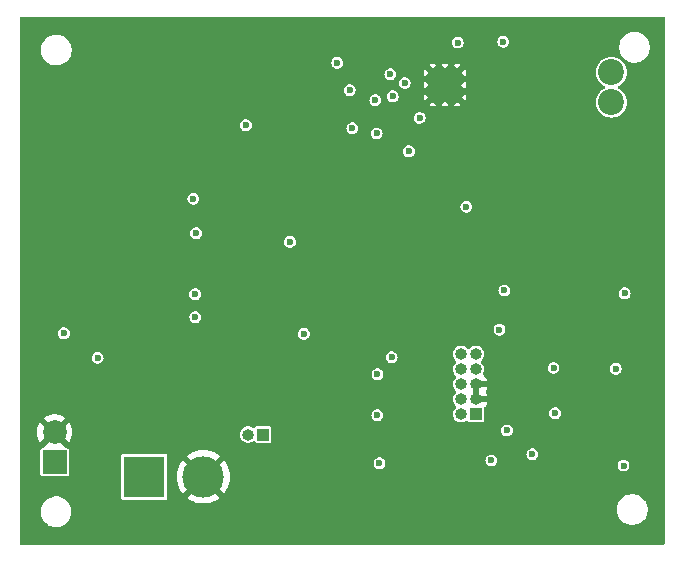
<source format=gbr>
%TF.GenerationSoftware,KiCad,Pcbnew,8.0.3*%
%TF.CreationDate,2024-12-28T18:33:21+01:00*%
%TF.ProjectId,picoballoon,7069636f-6261-46c6-9c6f-6f6e2e6b6963,rev?*%
%TF.SameCoordinates,Original*%
%TF.FileFunction,Copper,L4,Bot*%
%TF.FilePolarity,Positive*%
%FSLAX46Y46*%
G04 Gerber Fmt 4.6, Leading zero omitted, Abs format (unit mm)*
G04 Created by KiCad (PCBNEW 8.0.3) date 2024-12-28 18:33:21*
%MOMM*%
%LPD*%
G01*
G04 APERTURE LIST*
%TA.AperFunction,ComponentPad*%
%ADD10R,1.000000X1.000000*%
%TD*%
%TA.AperFunction,ComponentPad*%
%ADD11O,1.000000X1.000000*%
%TD*%
%TA.AperFunction,ComponentPad*%
%ADD12R,2.000000X2.000000*%
%TD*%
%TA.AperFunction,ComponentPad*%
%ADD13C,2.000000*%
%TD*%
%TA.AperFunction,HeatsinkPad*%
%ADD14C,0.500000*%
%TD*%
%TA.AperFunction,ComponentPad*%
%ADD15C,2.200000*%
%TD*%
%TA.AperFunction,ComponentPad*%
%ADD16R,3.500000X3.500000*%
%TD*%
%TA.AperFunction,ComponentPad*%
%ADD17C,3.500000*%
%TD*%
%TA.AperFunction,HeatsinkPad*%
%ADD18R,2.600000X2.600000*%
%TD*%
%TA.AperFunction,ViaPad*%
%ADD19C,0.600000*%
%TD*%
G04 APERTURE END LIST*
D10*
%TO.P,J2,1,Pin_1*%
%TO.N,+U_SC*%
X127570000Y-119450000D03*
D11*
%TO.P,J2,2,Pin_2*%
%TO.N,+U_SC1*%
X126300000Y-119450000D03*
%TD*%
D12*
%TO.P,SC1,1,+*%
%TO.N,Net-(D1-A)*%
X109910000Y-121795000D03*
D13*
%TO.P,SC1,2,-*%
%TO.N,GND*%
X109910000Y-119255000D03*
%TD*%
D14*
%TO.P,,21,GND*%
%TO.N,GND*%
X141920000Y-89850000D03*
%TD*%
%TO.P,,21,GND*%
%TO.N,GND*%
X142965000Y-89860000D03*
%TD*%
%TO.P,,21,GND*%
%TO.N,GND*%
X142960000Y-88810000D03*
%TD*%
%TO.P,,21,GND*%
%TO.N,GND*%
X144010000Y-89850000D03*
%TD*%
D15*
%TO.P,AE2,1,A*%
%TO.N,Net-(AE2-A)*%
X157050000Y-91320000D03*
%TO.P,AE2,2*%
%TO.N,N/C*%
X157050000Y-88780000D03*
%TD*%
D10*
%TO.P,J1,1,Pin_1*%
%TO.N,+3.3V*%
X145590000Y-117730000D03*
D11*
%TO.P,J1,2,Pin_2*%
%TO.N,/SWD_DIO*%
X144320000Y-117730000D03*
%TO.P,J1,3,Pin_3*%
%TO.N,GND*%
X145590000Y-116460000D03*
%TO.P,J1,4,Pin_4*%
%TO.N,/SWD_CLK*%
X144320000Y-116460000D03*
%TO.P,J1,5,Pin_5*%
%TO.N,GND*%
X145590000Y-115190000D03*
%TO.P,J1,6,Pin_6*%
%TO.N,unconnected-(J1-Pin_6-Pad6)*%
X144320000Y-115190000D03*
%TO.P,J1,7,Pin_7*%
%TO.N,unconnected-(J1-Pin_7-Pad7)*%
X145590000Y-113920000D03*
%TO.P,J1,8,Pin_8*%
%TO.N,unconnected-(J1-Pin_8-Pad8)*%
X144320000Y-113920000D03*
%TO.P,J1,9,Pin_9*%
%TO.N,unconnected-(J1-Pin_9-Pad9)*%
X145590000Y-112650000D03*
%TO.P,J1,10,Pin_10*%
%TO.N,/RESET*%
X144320000Y-112650000D03*
%TD*%
D16*
%TO.P,C1,1*%
%TO.N,+U_SC1*%
X117510000Y-123030000D03*
D17*
%TO.P,C1,2*%
%TO.N,GND*%
X122510000Y-123030000D03*
%TD*%
D14*
%TO.P,U1,21,GND*%
%TO.N,GND*%
X144015000Y-90910000D03*
X144015000Y-88810000D03*
D18*
X142965000Y-89860000D03*
D14*
X141915000Y-90910000D03*
X141915000Y-88810000D03*
%TD*%
%TO.P,,21,GND*%
%TO.N,GND*%
X142960000Y-90910000D03*
%TD*%
D19*
%TO.N,GND*%
X137340000Y-119930000D03*
X135150000Y-121400000D03*
X132380000Y-120000000D03*
X121250000Y-111960000D03*
X119250000Y-111580000D03*
X115650000Y-111190000D03*
X114830000Y-108300000D03*
X113460000Y-110370000D03*
X111810000Y-114630000D03*
X142050000Y-127000000D03*
X139760000Y-127090000D03*
X137660000Y-127120000D03*
X134960000Y-127120000D03*
X132320000Y-127220000D03*
X129710000Y-127160000D03*
X127420000Y-127120000D03*
X125480000Y-126970000D03*
X125580000Y-124710000D03*
X125610000Y-122040000D03*
X121120000Y-118350000D03*
X123640000Y-118250000D03*
X115460000Y-119870000D03*
X123220000Y-126930000D03*
X120170000Y-126490000D03*
X116960000Y-126140000D03*
X114480000Y-126840000D03*
X113270000Y-125030000D03*
X161000000Y-102500000D03*
X152270000Y-123780000D03*
X132270000Y-98320000D03*
X118500000Y-84750000D03*
X159990000Y-127210000D03*
X107500000Y-89500000D03*
X153530000Y-93900000D03*
X134250000Y-128250000D03*
X152040000Y-101590000D03*
X138330000Y-116160000D03*
X149250000Y-128250000D03*
X154360000Y-94060000D03*
X152800000Y-97430000D03*
X161000000Y-91500000D03*
X128200000Y-99600000D03*
X152660000Y-93970000D03*
X112250000Y-128250000D03*
X149580000Y-96460000D03*
X109580000Y-115300000D03*
X107500000Y-117500000D03*
X140250000Y-128250000D03*
X159420000Y-102000000D03*
X126250000Y-128250000D03*
X108490000Y-94330000D03*
X150150000Y-117460000D03*
X157220000Y-103610000D03*
X140500000Y-84750000D03*
X148500000Y-84750000D03*
X161000000Y-111500000D03*
X131050000Y-96960000D03*
X110250000Y-128250000D03*
X134620000Y-116450000D03*
X149760000Y-100030000D03*
X132500000Y-84750000D03*
X155730000Y-123480000D03*
X157970000Y-96620000D03*
X116750000Y-87250000D03*
X150700000Y-101790000D03*
X150170000Y-115230000D03*
X107500000Y-101500000D03*
X130500000Y-84750000D03*
X158250000Y-128250000D03*
X110740000Y-113180000D03*
X152840000Y-91080000D03*
X161000000Y-106500000D03*
X119220000Y-86050000D03*
X154460000Y-96360000D03*
X107500000Y-108500000D03*
X128250000Y-128250000D03*
X145570000Y-108000000D03*
X134440000Y-94180000D03*
X157250000Y-128250000D03*
X126580000Y-99580000D03*
X124140000Y-86010000D03*
X107500000Y-111500000D03*
X135250000Y-128250000D03*
X123580000Y-115230000D03*
X139500000Y-84750000D03*
X157140000Y-117090000D03*
X135540000Y-92380000D03*
X152500000Y-84750000D03*
X124500000Y-84750000D03*
X142250000Y-128250000D03*
X129500000Y-84750000D03*
X129390000Y-91660000D03*
X113250000Y-128250000D03*
X161000000Y-120500000D03*
X130700000Y-92880000D03*
X142550000Y-119670000D03*
X107500000Y-110500000D03*
X136970000Y-101310000D03*
X152829525Y-96645330D03*
X161000000Y-96500000D03*
X142500000Y-84750000D03*
X131430000Y-124667500D03*
X153100000Y-103380000D03*
X157960000Y-95070000D03*
X159600000Y-109880000D03*
X133970000Y-101750000D03*
X115840000Y-100330000D03*
X128500000Y-84750000D03*
X127320000Y-115700000D03*
X145500000Y-84750000D03*
X137620000Y-107690000D03*
X126090000Y-102450000D03*
X108500000Y-84750000D03*
X157960000Y-94280000D03*
X152020000Y-91600000D03*
X116500000Y-84750000D03*
X147660000Y-89840000D03*
X151160000Y-92470000D03*
X113500000Y-84750000D03*
X149000000Y-89000000D03*
X151500000Y-84750000D03*
X142650000Y-110690000D03*
X147730000Y-87360000D03*
X107500000Y-92500000D03*
X137810000Y-104880000D03*
X119500000Y-84750000D03*
X138350000Y-96400000D03*
X118250000Y-128250000D03*
X107500000Y-97500000D03*
X159620000Y-123850000D03*
X112540000Y-89560000D03*
X117370000Y-102940000D03*
X136160000Y-88790000D03*
X161000000Y-105500000D03*
X156990000Y-118140000D03*
X123500000Y-84750000D03*
X129870000Y-99120000D03*
X123250000Y-128250000D03*
X117500000Y-84750000D03*
X157970000Y-97410000D03*
X153660000Y-96580000D03*
X161000000Y-92500000D03*
X132407266Y-117805498D03*
X121500000Y-84750000D03*
X147250000Y-128250000D03*
X158570000Y-92090000D03*
X161000000Y-86500000D03*
X126040000Y-104020000D03*
X108940000Y-97470000D03*
X129090000Y-88020000D03*
X144120000Y-126840000D03*
X159820000Y-122220000D03*
X157420000Y-110720000D03*
X125500000Y-84750000D03*
X109070000Y-106660000D03*
X125310000Y-115480000D03*
X151610000Y-88790000D03*
X142130000Y-125480000D03*
X130250000Y-128250000D03*
X146250000Y-128250000D03*
X118070000Y-118980000D03*
X107500000Y-95500000D03*
X159515097Y-99694018D03*
X133500000Y-84750000D03*
X116250000Y-128250000D03*
X147520000Y-126520000D03*
X152380000Y-88890000D03*
X126630000Y-98030000D03*
X107500000Y-123500000D03*
X147690000Y-88980000D03*
X134460000Y-85620000D03*
X140330000Y-104310000D03*
X138250000Y-128250000D03*
X161000000Y-85500000D03*
X108250000Y-128250000D03*
X152130000Y-114960000D03*
X150500000Y-84750000D03*
X108460000Y-123520000D03*
X148550000Y-90630000D03*
X157970000Y-95830000D03*
X155500000Y-84750000D03*
X132250000Y-128250000D03*
X107500000Y-125500000D03*
X153250000Y-128250000D03*
X112430000Y-94020000D03*
X112930000Y-85780000D03*
X158150000Y-102370000D03*
X151020000Y-99880000D03*
X156390000Y-100880000D03*
X140140000Y-107840000D03*
X158110000Y-92720000D03*
X145250000Y-128250000D03*
X115500000Y-84750000D03*
X161000000Y-122500000D03*
X129290000Y-118210000D03*
X144960000Y-92930000D03*
X107500000Y-114500000D03*
X157450000Y-100950000D03*
X111680000Y-89780000D03*
X148230000Y-100030000D03*
X161000000Y-113500000D03*
X107500000Y-103500000D03*
X111250000Y-128250000D03*
X156500000Y-84750000D03*
X107500000Y-88500000D03*
X114600000Y-99260000D03*
X161000000Y-87500000D03*
X157370000Y-124280000D03*
X157930000Y-93470000D03*
X143500000Y-84750000D03*
X136250000Y-128250000D03*
X107500000Y-84750000D03*
X161000000Y-94500000D03*
X107500000Y-104500000D03*
X147730000Y-90620000D03*
X152320000Y-103310000D03*
X152180000Y-110790000D03*
X148030000Y-98730000D03*
X131500000Y-84750000D03*
X154510000Y-97410000D03*
X144300000Y-98670000D03*
X148580000Y-112210000D03*
X121241067Y-87270300D03*
X158060000Y-101580000D03*
X146500000Y-84750000D03*
X157490000Y-99730000D03*
X161000000Y-123500000D03*
X153640000Y-97570000D03*
X156140000Y-96350000D03*
X148640000Y-101760000D03*
X135380000Y-103410000D03*
X150350000Y-103570000D03*
X126500000Y-84750000D03*
X135000000Y-106420000D03*
X129250000Y-128250000D03*
X107500000Y-126500000D03*
X160500000Y-84750000D03*
X161000000Y-118500000D03*
X137500000Y-84750000D03*
X155250000Y-128250000D03*
X125980000Y-107560000D03*
X161000000Y-124500000D03*
X139130000Y-101730000D03*
X134500000Y-84750000D03*
X161000000Y-108500000D03*
X136680000Y-97250000D03*
X156980000Y-100330000D03*
X132990000Y-96280000D03*
X140000000Y-119400000D03*
X161000000Y-115500000D03*
X161000000Y-121500000D03*
X107500000Y-124500000D03*
X113120000Y-87470000D03*
X150450000Y-98310000D03*
X125250000Y-128250000D03*
X112690000Y-90850000D03*
X158500000Y-84750000D03*
X161000000Y-109500000D03*
X151090000Y-126150000D03*
X157990000Y-98220000D03*
X126020000Y-105540000D03*
X107500000Y-127500000D03*
X161000000Y-88500000D03*
X134700000Y-118990000D03*
X143250000Y-128250000D03*
X128240000Y-98040000D03*
X107500000Y-87500000D03*
X134160000Y-108240000D03*
X161000000Y-117500000D03*
X138500000Y-84750000D03*
X153400000Y-86280000D03*
X107500000Y-93500000D03*
X125950000Y-94860000D03*
X150110000Y-110740000D03*
X133910000Y-89290000D03*
X152040000Y-102480000D03*
X147500000Y-84750000D03*
X107500000Y-99500000D03*
X161000000Y-100500000D03*
X149400000Y-98570000D03*
X153000000Y-89450000D03*
X161000000Y-112500000D03*
X121250000Y-128250000D03*
X152030000Y-100750000D03*
X148560000Y-114080000D03*
X156170000Y-97940000D03*
X107500000Y-106500000D03*
X137250000Y-128250000D03*
X108960000Y-102170000D03*
X107500000Y-121500000D03*
X111710000Y-97280000D03*
X129830000Y-94870000D03*
X113400000Y-106270000D03*
X152250000Y-128250000D03*
X144500000Y-84750000D03*
X150250000Y-128250000D03*
X142130000Y-122750000D03*
X138140000Y-115130000D03*
X138420000Y-112040000D03*
X157920000Y-99010000D03*
X113420000Y-101930000D03*
X129140000Y-115170000D03*
X150680000Y-88940000D03*
X120250000Y-128250000D03*
X161000000Y-101500000D03*
X135660000Y-96450000D03*
X141500000Y-84750000D03*
X154860000Y-95610000D03*
X153500000Y-84750000D03*
X107500000Y-112500000D03*
X112080000Y-91330000D03*
X149260000Y-123840000D03*
X161000000Y-103500000D03*
X124250000Y-128250000D03*
X143200000Y-109670000D03*
X156380000Y-86240000D03*
X148450000Y-121070000D03*
X136530000Y-113430000D03*
X161000000Y-90500000D03*
X145150000Y-96420000D03*
X109262939Y-128237369D03*
X152190000Y-116700000D03*
X143160000Y-99480000D03*
X127440000Y-113010000D03*
X112500000Y-84750000D03*
X159470000Y-94280000D03*
X110500000Y-84750000D03*
X114990000Y-86350000D03*
X157500000Y-84750000D03*
X107500000Y-105500000D03*
X161000000Y-95500000D03*
X153120000Y-106600000D03*
X107500000Y-119500000D03*
X154790000Y-94760000D03*
X107500000Y-91500000D03*
X151160000Y-93240000D03*
X107500000Y-98500000D03*
X151250000Y-128250000D03*
X154380000Y-88700000D03*
X107500000Y-113500000D03*
X161000000Y-110500000D03*
X107500000Y-86500000D03*
X107500000Y-94500000D03*
X159500000Y-84750000D03*
X114250000Y-128250000D03*
X155330000Y-97370000D03*
X107500000Y-120500000D03*
X150380000Y-97490000D03*
X127500000Y-84750000D03*
X154250000Y-128250000D03*
X135360000Y-124667500D03*
X161000000Y-99500000D03*
X107500000Y-102500000D03*
X161000000Y-89500000D03*
X122500000Y-84750000D03*
X111500000Y-84750000D03*
X161000000Y-97500000D03*
X155620000Y-103340000D03*
X161000000Y-119500000D03*
X107500000Y-116500000D03*
X156390000Y-103500000D03*
X119250000Y-128250000D03*
X147710000Y-88160000D03*
X141250000Y-128250000D03*
X161000000Y-125500000D03*
X136500000Y-84750000D03*
X111690000Y-116730000D03*
X151200000Y-91690000D03*
X136090000Y-86180000D03*
X157510000Y-127180000D03*
X145490000Y-123860000D03*
X161000000Y-127500000D03*
X151960000Y-99940000D03*
X159815960Y-119121151D03*
X107500000Y-100500000D03*
X117250000Y-128250000D03*
X153980000Y-103340000D03*
X134320000Y-113280000D03*
X161000000Y-126500000D03*
X125770000Y-87600000D03*
X161000000Y-93500000D03*
X146080000Y-99210000D03*
X161000000Y-114500000D03*
X135110000Y-87240000D03*
X157870000Y-103150000D03*
X135350000Y-95150000D03*
X159690000Y-107430000D03*
X159520000Y-111690000D03*
X107500000Y-109500000D03*
X156130000Y-95530000D03*
X129350000Y-93090000D03*
X156150000Y-97150000D03*
X108890000Y-110850000D03*
X107500000Y-122500000D03*
X159820000Y-116760000D03*
X156160000Y-94740000D03*
X141210000Y-119730000D03*
X115250000Y-128250000D03*
X150420000Y-87270000D03*
X108900000Y-113120000D03*
X154740000Y-103370000D03*
X149500000Y-84750000D03*
X127860000Y-94870000D03*
X107500000Y-96500000D03*
X107500000Y-118500000D03*
X155760000Y-92480000D03*
X133250000Y-128250000D03*
X150440000Y-112990000D03*
X107500000Y-90500000D03*
X159600000Y-96940000D03*
X107500000Y-85500000D03*
X156160000Y-93190000D03*
X159350000Y-89300000D03*
X151100000Y-94060000D03*
X139250000Y-128250000D03*
X128600000Y-86220000D03*
X156250000Y-128250000D03*
X159600000Y-114010000D03*
X150500000Y-99140000D03*
X149820000Y-88940000D03*
X154480000Y-100130000D03*
X154250000Y-91730000D03*
X150320000Y-96710000D03*
X142310000Y-97590000D03*
X122250000Y-128250000D03*
X136510000Y-112180000D03*
X148720000Y-89790000D03*
X161000000Y-107500000D03*
X135500000Y-84750000D03*
X144250000Y-128250000D03*
X153110000Y-90350000D03*
X161000000Y-104500000D03*
X159560000Y-104510000D03*
X151880000Y-94100000D03*
X107500000Y-107500000D03*
X148330000Y-103780000D03*
X131610000Y-95000000D03*
X159250000Y-128250000D03*
X161000000Y-116500000D03*
X107500000Y-115500000D03*
X160250000Y-128250000D03*
X133550000Y-104420000D03*
X154500000Y-84750000D03*
X109500000Y-84750000D03*
X156170000Y-93950000D03*
X148250000Y-128250000D03*
X161000000Y-98500000D03*
X152170000Y-112840000D03*
X114500000Y-84750000D03*
X131250000Y-128250000D03*
X120500000Y-84750000D03*
X114550000Y-103820000D03*
X127250000Y-128250000D03*
%TO.N,+3.3V*%
X147910000Y-86200000D03*
X158080000Y-122080000D03*
X121810000Y-107560000D03*
X144780000Y-100170000D03*
X158180000Y-107500000D03*
X144040000Y-86260000D03*
X137060000Y-91150000D03*
X152290000Y-117650000D03*
X126110003Y-93260003D03*
X137170000Y-93960000D03*
X121820000Y-109510000D03*
X150370000Y-121120000D03*
X121900000Y-102410000D03*
X148000000Y-107250000D03*
X129840000Y-103140000D03*
X157417500Y-113872500D03*
X121670000Y-99490000D03*
X146900000Y-121650000D03*
X152155000Y-113816826D03*
X148210000Y-119110000D03*
X131020000Y-110920000D03*
X138345000Y-88945000D03*
X138440000Y-112910000D03*
X113550000Y-112965000D03*
X147580000Y-110570000D03*
X137420000Y-121887500D03*
X110690000Y-110890000D03*
%TO.N,/MISO*%
X138540000Y-90820000D03*
X134900000Y-90290000D03*
%TO.N,/MOSI*%
X139910000Y-95480000D03*
X135130000Y-93530000D03*
%TO.N,/SCLK*%
X139560000Y-89690000D03*
X133850000Y-87980000D03*
X140820000Y-92650000D03*
%TO.N,/SWD_DIO*%
X137240000Y-117819978D03*
X137250000Y-114340000D03*
%TD*%
%TA.AperFunction,Conductor*%
%TO.N,GND*%
G36*
X161512539Y-84079685D02*
G01*
X161558294Y-84132489D01*
X161569500Y-84184000D01*
X161569500Y-128685500D01*
X161549815Y-128752539D01*
X161497011Y-128798294D01*
X161445500Y-128809500D01*
X107094500Y-128809500D01*
X107027461Y-128789815D01*
X106981706Y-128737011D01*
X106970500Y-128685500D01*
X106970500Y-125887648D01*
X108739500Y-125887648D01*
X108739500Y-126092352D01*
X108743878Y-126119995D01*
X108771522Y-126294534D01*
X108834781Y-126489223D01*
X108927715Y-126671613D01*
X109048028Y-126837213D01*
X109192786Y-126981971D01*
X109311854Y-127068477D01*
X109358390Y-127102287D01*
X109474607Y-127161503D01*
X109540776Y-127195218D01*
X109540778Y-127195218D01*
X109540781Y-127195220D01*
X109645137Y-127229127D01*
X109735465Y-127258477D01*
X109836557Y-127274488D01*
X109937648Y-127290500D01*
X109937649Y-127290500D01*
X110142351Y-127290500D01*
X110142352Y-127290500D01*
X110344534Y-127258477D01*
X110539219Y-127195220D01*
X110721610Y-127102287D01*
X110814590Y-127034732D01*
X110887213Y-126981971D01*
X110887215Y-126981968D01*
X110887219Y-126981966D01*
X111031966Y-126837219D01*
X111031968Y-126837215D01*
X111031971Y-126837213D01*
X111084732Y-126764590D01*
X111152287Y-126671610D01*
X111245220Y-126489219D01*
X111308477Y-126294534D01*
X111340500Y-126092352D01*
X111340500Y-125887648D01*
X111310407Y-125697648D01*
X157529500Y-125697648D01*
X157529500Y-125902351D01*
X157561522Y-126104534D01*
X157624781Y-126299223D01*
X157717715Y-126481613D01*
X157838028Y-126647213D01*
X157982786Y-126791971D01*
X158137749Y-126904556D01*
X158148390Y-126912287D01*
X158264607Y-126971503D01*
X158330776Y-127005218D01*
X158330778Y-127005218D01*
X158330781Y-127005220D01*
X158435137Y-127039127D01*
X158525465Y-127068477D01*
X158626557Y-127084488D01*
X158727648Y-127100500D01*
X158727649Y-127100500D01*
X158932351Y-127100500D01*
X158932352Y-127100500D01*
X159134534Y-127068477D01*
X159329219Y-127005220D01*
X159511610Y-126912287D01*
X159614941Y-126837213D01*
X159677213Y-126791971D01*
X159677215Y-126791968D01*
X159677219Y-126791966D01*
X159821966Y-126647219D01*
X159821968Y-126647215D01*
X159821971Y-126647213D01*
X159874732Y-126574590D01*
X159942287Y-126481610D01*
X160035220Y-126299219D01*
X160098477Y-126104534D01*
X160130500Y-125902352D01*
X160130500Y-125697648D01*
X160098477Y-125495466D01*
X160035220Y-125300781D01*
X160035218Y-125300778D01*
X160035218Y-125300776D01*
X160001503Y-125234607D01*
X159942287Y-125118390D01*
X159934556Y-125107749D01*
X159821971Y-124952786D01*
X159677213Y-124808028D01*
X159511613Y-124687715D01*
X159511612Y-124687714D01*
X159511610Y-124687713D01*
X159454653Y-124658691D01*
X159329223Y-124594781D01*
X159134534Y-124531522D01*
X158959995Y-124503878D01*
X158932352Y-124499500D01*
X158727648Y-124499500D01*
X158703329Y-124503351D01*
X158525465Y-124531522D01*
X158330776Y-124594781D01*
X158148386Y-124687715D01*
X157982786Y-124808028D01*
X157838028Y-124952786D01*
X157717715Y-125118386D01*
X157624781Y-125300776D01*
X157561522Y-125495465D01*
X157529500Y-125697648D01*
X111310407Y-125697648D01*
X111308477Y-125685465D01*
X111245218Y-125490776D01*
X111211503Y-125424607D01*
X111152287Y-125308390D01*
X111121153Y-125265537D01*
X111031971Y-125142786D01*
X110887213Y-124998028D01*
X110721613Y-124877715D01*
X110721612Y-124877714D01*
X110721610Y-124877713D01*
X110664653Y-124848691D01*
X110539223Y-124784781D01*
X110344534Y-124721522D01*
X110169995Y-124693878D01*
X110142352Y-124689500D01*
X109937648Y-124689500D01*
X109913329Y-124693351D01*
X109735465Y-124721522D01*
X109540776Y-124784781D01*
X109358386Y-124877715D01*
X109192786Y-124998028D01*
X109048028Y-125142786D01*
X108927715Y-125308386D01*
X108834781Y-125490776D01*
X108771522Y-125685465D01*
X108739500Y-125887648D01*
X106970500Y-125887648D01*
X106970500Y-119254994D01*
X108404859Y-119254994D01*
X108404859Y-119255005D01*
X108425385Y-119502729D01*
X108425387Y-119502738D01*
X108486412Y-119743717D01*
X108586266Y-119971364D01*
X108686564Y-120124882D01*
X109427037Y-119384409D01*
X109444075Y-119447993D01*
X109509901Y-119562007D01*
X109602993Y-119655099D01*
X109717007Y-119720925D01*
X109780590Y-119737962D01*
X109034024Y-120484527D01*
X109023469Y-120530947D01*
X108973602Y-120579886D01*
X108915200Y-120594500D01*
X108890247Y-120594500D01*
X108831770Y-120606131D01*
X108831769Y-120606132D01*
X108765447Y-120650447D01*
X108721132Y-120716769D01*
X108721131Y-120716770D01*
X108709500Y-120775247D01*
X108709500Y-122814752D01*
X108721131Y-122873229D01*
X108721132Y-122873230D01*
X108765447Y-122939552D01*
X108831769Y-122983867D01*
X108831770Y-122983868D01*
X108890247Y-122995499D01*
X108890250Y-122995500D01*
X108890252Y-122995500D01*
X110929750Y-122995500D01*
X110929751Y-122995499D01*
X110944568Y-122992552D01*
X110988229Y-122983868D01*
X110988229Y-122983867D01*
X110988231Y-122983867D01*
X111054552Y-122939552D01*
X111098867Y-122873231D01*
X111098867Y-122873229D01*
X111098868Y-122873229D01*
X111110499Y-122814752D01*
X111110500Y-122814750D01*
X111110500Y-121260247D01*
X115559500Y-121260247D01*
X115559500Y-124799752D01*
X115571131Y-124858229D01*
X115571132Y-124858230D01*
X115615447Y-124924552D01*
X115681769Y-124968867D01*
X115681770Y-124968868D01*
X115740247Y-124980499D01*
X115740250Y-124980500D01*
X115740252Y-124980500D01*
X119279750Y-124980500D01*
X119279751Y-124980499D01*
X119294568Y-124977552D01*
X119338229Y-124968868D01*
X119338229Y-124968867D01*
X119338231Y-124968867D01*
X119404552Y-124924552D01*
X119448867Y-124858231D01*
X119448867Y-124858229D01*
X119448868Y-124858229D01*
X119460499Y-124799752D01*
X119460500Y-124799750D01*
X119460500Y-123030000D01*
X120255172Y-123030000D01*
X120274462Y-123324312D01*
X120274464Y-123324324D01*
X120332001Y-123613584D01*
X120332005Y-123613599D01*
X120426812Y-123892888D01*
X120557258Y-124157406D01*
X120557265Y-124157419D01*
X120721123Y-124402649D01*
X120750405Y-124436040D01*
X122027037Y-123159408D01*
X122044075Y-123222993D01*
X122109901Y-123337007D01*
X122202993Y-123430099D01*
X122317007Y-123495925D01*
X122380590Y-123512962D01*
X121103958Y-124789593D01*
X121137350Y-124818876D01*
X121382580Y-124982734D01*
X121382593Y-124982741D01*
X121647111Y-125113187D01*
X121926400Y-125207994D01*
X121926415Y-125207998D01*
X122215675Y-125265535D01*
X122215687Y-125265537D01*
X122510000Y-125284827D01*
X122804312Y-125265537D01*
X122804324Y-125265535D01*
X123093584Y-125207998D01*
X123093599Y-125207994D01*
X123372888Y-125113187D01*
X123637406Y-124982741D01*
X123637419Y-124982734D01*
X123882648Y-124818877D01*
X123916039Y-124789593D01*
X122639410Y-123512962D01*
X122702993Y-123495925D01*
X122817007Y-123430099D01*
X122910099Y-123337007D01*
X122975925Y-123222993D01*
X122992962Y-123159409D01*
X124269593Y-124436039D01*
X124298877Y-124402648D01*
X124462734Y-124157419D01*
X124462741Y-124157406D01*
X124593187Y-123892888D01*
X124687994Y-123613599D01*
X124687998Y-123613584D01*
X124745535Y-123324324D01*
X124745537Y-123324312D01*
X124764827Y-123030000D01*
X124745537Y-122735687D01*
X124745535Y-122735675D01*
X124687998Y-122446415D01*
X124687994Y-122446400D01*
X124593187Y-122167111D01*
X124462741Y-121902593D01*
X124462734Y-121902580D01*
X124452658Y-121887500D01*
X136914353Y-121887500D01*
X136934834Y-122029956D01*
X136935833Y-122032143D01*
X136994623Y-122160873D01*
X137088872Y-122269643D01*
X137209947Y-122347453D01*
X137209950Y-122347454D01*
X137209949Y-122347454D01*
X137348036Y-122387999D01*
X137348038Y-122388000D01*
X137348039Y-122388000D01*
X137491962Y-122388000D01*
X137491962Y-122387999D01*
X137630053Y-122347453D01*
X137751128Y-122269643D01*
X137845377Y-122160873D01*
X137905165Y-122029957D01*
X137925647Y-121887500D01*
X137905165Y-121745043D01*
X137861760Y-121650000D01*
X146394353Y-121650000D01*
X146414834Y-121792456D01*
X146458240Y-121887500D01*
X146474623Y-121923373D01*
X146568872Y-122032143D01*
X146689947Y-122109953D01*
X146689950Y-122109954D01*
X146689949Y-122109954D01*
X146828036Y-122150499D01*
X146828038Y-122150500D01*
X146828039Y-122150500D01*
X146971962Y-122150500D01*
X146971962Y-122150499D01*
X147110053Y-122109953D01*
X147156661Y-122080000D01*
X157574353Y-122080000D01*
X157594834Y-122222456D01*
X157616384Y-122269643D01*
X157654623Y-122353373D01*
X157748872Y-122462143D01*
X157869947Y-122539953D01*
X157869950Y-122539954D01*
X157869949Y-122539954D01*
X158008036Y-122580499D01*
X158008038Y-122580500D01*
X158008039Y-122580500D01*
X158151962Y-122580500D01*
X158151962Y-122580499D01*
X158290053Y-122539953D01*
X158411128Y-122462143D01*
X158505377Y-122353373D01*
X158565165Y-122222457D01*
X158585647Y-122080000D01*
X158565165Y-121937543D01*
X158505377Y-121806627D01*
X158411128Y-121697857D01*
X158290053Y-121620047D01*
X158290051Y-121620046D01*
X158290049Y-121620045D01*
X158290050Y-121620045D01*
X158151963Y-121579500D01*
X158151961Y-121579500D01*
X158008039Y-121579500D01*
X158008036Y-121579500D01*
X157869949Y-121620045D01*
X157748873Y-121697856D01*
X157654623Y-121806626D01*
X157654622Y-121806628D01*
X157594834Y-121937543D01*
X157574353Y-122080000D01*
X147156661Y-122080000D01*
X147231128Y-122032143D01*
X147325377Y-121923373D01*
X147385165Y-121792457D01*
X147405647Y-121650000D01*
X147385165Y-121507543D01*
X147325377Y-121376627D01*
X147231128Y-121267857D01*
X147110053Y-121190047D01*
X147110051Y-121190046D01*
X147110049Y-121190045D01*
X147110050Y-121190045D01*
X146971963Y-121149500D01*
X146971961Y-121149500D01*
X146828039Y-121149500D01*
X146828036Y-121149500D01*
X146689949Y-121190045D01*
X146568873Y-121267856D01*
X146474623Y-121376626D01*
X146474622Y-121376628D01*
X146414834Y-121507543D01*
X146394353Y-121650000D01*
X137861760Y-121650000D01*
X137845377Y-121614127D01*
X137751128Y-121505357D01*
X137630053Y-121427547D01*
X137630051Y-121427546D01*
X137630049Y-121427545D01*
X137630050Y-121427545D01*
X137491963Y-121387000D01*
X137491961Y-121387000D01*
X137348039Y-121387000D01*
X137348036Y-121387000D01*
X137209949Y-121427545D01*
X137088873Y-121505356D01*
X136994623Y-121614126D01*
X136994622Y-121614128D01*
X136934834Y-121745043D01*
X136914353Y-121887500D01*
X124452658Y-121887500D01*
X124298876Y-121657350D01*
X124269593Y-121623958D01*
X122992962Y-122900589D01*
X122975925Y-122837007D01*
X122910099Y-122722993D01*
X122817007Y-122629901D01*
X122702993Y-122564075D01*
X122639409Y-122547037D01*
X123916040Y-121270405D01*
X123882649Y-121241123D01*
X123701376Y-121120000D01*
X149864353Y-121120000D01*
X149884834Y-121262456D01*
X149944622Y-121393371D01*
X149944623Y-121393373D01*
X150038872Y-121502143D01*
X150159947Y-121579953D01*
X150159950Y-121579954D01*
X150159949Y-121579954D01*
X150267107Y-121611417D01*
X150296496Y-121620047D01*
X150298036Y-121620499D01*
X150298038Y-121620500D01*
X150298039Y-121620500D01*
X150441962Y-121620500D01*
X150441962Y-121620499D01*
X150580053Y-121579953D01*
X150701128Y-121502143D01*
X150795377Y-121393373D01*
X150855165Y-121262457D01*
X150875647Y-121120000D01*
X150855165Y-120977543D01*
X150795377Y-120846627D01*
X150701128Y-120737857D01*
X150580053Y-120660047D01*
X150580051Y-120660046D01*
X150580049Y-120660045D01*
X150580050Y-120660045D01*
X150441963Y-120619500D01*
X150441961Y-120619500D01*
X150298039Y-120619500D01*
X150298036Y-120619500D01*
X150159949Y-120660045D01*
X150038873Y-120737856D01*
X149944623Y-120846626D01*
X149944622Y-120846628D01*
X149884834Y-120977543D01*
X149864353Y-121120000D01*
X123701376Y-121120000D01*
X123637419Y-121077265D01*
X123637406Y-121077258D01*
X123372888Y-120946812D01*
X123093599Y-120852005D01*
X123093584Y-120852001D01*
X122804324Y-120794464D01*
X122804312Y-120794462D01*
X122510000Y-120775172D01*
X122215687Y-120794462D01*
X122215675Y-120794464D01*
X121926415Y-120852001D01*
X121926400Y-120852005D01*
X121647111Y-120946812D01*
X121382593Y-121077258D01*
X121382580Y-121077265D01*
X121137346Y-121241126D01*
X121137339Y-121241131D01*
X121103959Y-121270403D01*
X121103959Y-121270405D01*
X122380591Y-122547037D01*
X122317007Y-122564075D01*
X122202993Y-122629901D01*
X122109901Y-122722993D01*
X122044075Y-122837007D01*
X122027037Y-122900591D01*
X120750405Y-121623959D01*
X120750403Y-121623959D01*
X120721131Y-121657339D01*
X120721126Y-121657346D01*
X120557265Y-121902580D01*
X120557258Y-121902593D01*
X120426812Y-122167111D01*
X120332005Y-122446400D01*
X120332001Y-122446415D01*
X120274464Y-122735675D01*
X120274462Y-122735687D01*
X120255172Y-123030000D01*
X119460500Y-123030000D01*
X119460500Y-121260249D01*
X119460499Y-121260247D01*
X119448868Y-121201770D01*
X119448867Y-121201769D01*
X119404552Y-121135447D01*
X119338230Y-121091132D01*
X119338229Y-121091131D01*
X119279752Y-121079500D01*
X119279748Y-121079500D01*
X115740252Y-121079500D01*
X115740247Y-121079500D01*
X115681770Y-121091131D01*
X115681769Y-121091132D01*
X115615447Y-121135447D01*
X115571132Y-121201769D01*
X115571131Y-121201770D01*
X115559500Y-121260247D01*
X111110500Y-121260247D01*
X111110500Y-120775249D01*
X111110499Y-120775247D01*
X111098868Y-120716770D01*
X111098867Y-120716769D01*
X111054552Y-120650447D01*
X110988230Y-120606132D01*
X110988229Y-120606131D01*
X110929752Y-120594500D01*
X110929748Y-120594500D01*
X110904799Y-120594500D01*
X110837760Y-120574815D01*
X110792005Y-120522011D01*
X110784851Y-120483404D01*
X110039409Y-119737962D01*
X110102993Y-119720925D01*
X110217007Y-119655099D01*
X110310099Y-119562007D01*
X110375925Y-119447993D01*
X110392962Y-119384410D01*
X111133434Y-120124882D01*
X111233731Y-119971369D01*
X111333587Y-119743717D01*
X111394612Y-119502738D01*
X111394614Y-119502729D01*
X111398983Y-119450000D01*
X125594355Y-119450000D01*
X125614859Y-119618869D01*
X125614860Y-119618874D01*
X125675182Y-119777931D01*
X125730500Y-119858071D01*
X125771817Y-119917929D01*
X125832133Y-119971364D01*
X125899150Y-120030736D01*
X126049773Y-120109789D01*
X126049775Y-120109790D01*
X126214944Y-120150500D01*
X126385056Y-120150500D01*
X126550225Y-120109790D01*
X126668641Y-120047640D01*
X126700849Y-120030736D01*
X126700850Y-120030734D01*
X126700852Y-120030734D01*
X126708771Y-120023717D01*
X126772001Y-119993995D01*
X126841265Y-120003175D01*
X126894102Y-120047640D01*
X126925447Y-120094552D01*
X126991769Y-120138867D01*
X126991770Y-120138868D01*
X127050247Y-120150499D01*
X127050250Y-120150500D01*
X127050252Y-120150500D01*
X128089750Y-120150500D01*
X128089751Y-120150499D01*
X128104568Y-120147552D01*
X128148229Y-120138868D01*
X128148229Y-120138867D01*
X128148231Y-120138867D01*
X128214552Y-120094552D01*
X128258867Y-120028231D01*
X128258867Y-120028229D01*
X128258868Y-120028229D01*
X128267552Y-119984568D01*
X128270500Y-119969748D01*
X128270500Y-119110000D01*
X147704353Y-119110000D01*
X147724834Y-119252456D01*
X147756058Y-119320826D01*
X147784623Y-119383373D01*
X147878872Y-119492143D01*
X147999947Y-119569953D01*
X147999950Y-119569954D01*
X147999949Y-119569954D01*
X148138036Y-119610499D01*
X148138038Y-119610500D01*
X148138039Y-119610500D01*
X148281962Y-119610500D01*
X148281962Y-119610499D01*
X148420053Y-119569953D01*
X148541128Y-119492143D01*
X148635377Y-119383373D01*
X148695165Y-119252457D01*
X148715647Y-119110000D01*
X148695165Y-118967543D01*
X148635377Y-118836627D01*
X148541128Y-118727857D01*
X148420053Y-118650047D01*
X148420051Y-118650046D01*
X148420049Y-118650045D01*
X148420050Y-118650045D01*
X148281963Y-118609500D01*
X148281961Y-118609500D01*
X148138039Y-118609500D01*
X148138036Y-118609500D01*
X147999949Y-118650045D01*
X147878873Y-118727856D01*
X147784623Y-118836626D01*
X147784622Y-118836628D01*
X147724834Y-118967543D01*
X147704353Y-119110000D01*
X128270500Y-119110000D01*
X128270500Y-118930252D01*
X128270500Y-118930249D01*
X128270499Y-118930247D01*
X128258868Y-118871770D01*
X128258867Y-118871769D01*
X128214552Y-118805447D01*
X128148230Y-118761132D01*
X128148229Y-118761131D01*
X128089752Y-118749500D01*
X128089748Y-118749500D01*
X127050252Y-118749500D01*
X127050247Y-118749500D01*
X126991770Y-118761131D01*
X126991769Y-118761132D01*
X126925448Y-118805446D01*
X126894102Y-118852360D01*
X126840489Y-118897164D01*
X126771164Y-118905871D01*
X126708773Y-118876283D01*
X126700852Y-118869266D01*
X126700850Y-118869264D01*
X126550226Y-118790210D01*
X126385056Y-118749500D01*
X126214944Y-118749500D01*
X126049773Y-118790210D01*
X125899150Y-118869263D01*
X125771816Y-118982072D01*
X125675182Y-119122068D01*
X125614860Y-119281125D01*
X125614859Y-119281130D01*
X125594355Y-119450000D01*
X111398983Y-119450000D01*
X111415141Y-119255005D01*
X111415141Y-119254994D01*
X111394614Y-119007270D01*
X111394612Y-119007261D01*
X111333587Y-118766282D01*
X111233731Y-118538630D01*
X111133434Y-118385116D01*
X110392962Y-119125589D01*
X110375925Y-119062007D01*
X110310099Y-118947993D01*
X110217007Y-118854901D01*
X110102993Y-118789075D01*
X110039410Y-118772037D01*
X110780057Y-118031390D01*
X110780056Y-118031389D01*
X110733229Y-117994943D01*
X110514614Y-117876635D01*
X110514603Y-117876630D01*
X110349583Y-117819978D01*
X136734353Y-117819978D01*
X136754834Y-117962434D01*
X136798447Y-118057931D01*
X136814623Y-118093351D01*
X136908872Y-118202121D01*
X137029947Y-118279931D01*
X137029950Y-118279932D01*
X137029949Y-118279932D01*
X137168036Y-118320477D01*
X137168038Y-118320478D01*
X137168039Y-118320478D01*
X137311962Y-118320478D01*
X137311962Y-118320477D01*
X137450053Y-118279931D01*
X137571128Y-118202121D01*
X137665377Y-118093351D01*
X137725165Y-117962435D01*
X137745647Y-117819978D01*
X137725165Y-117677521D01*
X137665377Y-117546605D01*
X137571128Y-117437835D01*
X137450053Y-117360025D01*
X137450051Y-117360024D01*
X137450049Y-117360023D01*
X137450050Y-117360023D01*
X137311963Y-117319478D01*
X137311961Y-117319478D01*
X137168039Y-117319478D01*
X137168036Y-117319478D01*
X137029949Y-117360023D01*
X136908873Y-117437834D01*
X136814623Y-117546604D01*
X136814622Y-117546606D01*
X136754834Y-117677521D01*
X136734353Y-117819978D01*
X110349583Y-117819978D01*
X110279493Y-117795916D01*
X110034293Y-117755000D01*
X109785707Y-117755000D01*
X109540506Y-117795916D01*
X109305396Y-117876630D01*
X109305390Y-117876632D01*
X109086761Y-117994949D01*
X109039942Y-118031388D01*
X109039942Y-118031390D01*
X109780590Y-118772037D01*
X109717007Y-118789075D01*
X109602993Y-118854901D01*
X109509901Y-118947993D01*
X109444075Y-119062007D01*
X109427037Y-119125589D01*
X108686564Y-118385116D01*
X108586267Y-118538632D01*
X108486412Y-118766282D01*
X108425387Y-119007261D01*
X108425385Y-119007270D01*
X108404859Y-119254994D01*
X106970500Y-119254994D01*
X106970500Y-114340000D01*
X136744353Y-114340000D01*
X136764834Y-114482456D01*
X136809286Y-114579790D01*
X136824623Y-114613373D01*
X136918872Y-114722143D01*
X137039947Y-114799953D01*
X137039950Y-114799954D01*
X137039949Y-114799954D01*
X137178036Y-114840499D01*
X137178038Y-114840500D01*
X137178039Y-114840500D01*
X137321962Y-114840500D01*
X137321962Y-114840499D01*
X137429121Y-114809035D01*
X137460050Y-114799954D01*
X137460050Y-114799953D01*
X137460053Y-114799953D01*
X137581128Y-114722143D01*
X137675377Y-114613373D01*
X137735165Y-114482457D01*
X137755647Y-114340000D01*
X137735165Y-114197543D01*
X137675377Y-114066627D01*
X137581128Y-113957857D01*
X137460053Y-113880047D01*
X137460051Y-113880046D01*
X137460049Y-113880045D01*
X137460050Y-113880045D01*
X137321963Y-113839500D01*
X137321961Y-113839500D01*
X137178039Y-113839500D01*
X137178036Y-113839500D01*
X137039949Y-113880045D01*
X136918873Y-113957856D01*
X136824623Y-114066626D01*
X136824622Y-114066628D01*
X136764834Y-114197543D01*
X136744353Y-114340000D01*
X106970500Y-114340000D01*
X106970500Y-112965000D01*
X113044353Y-112965000D01*
X113064834Y-113107456D01*
X113099504Y-113183371D01*
X113124623Y-113238373D01*
X113218872Y-113347143D01*
X113339947Y-113424953D01*
X113339950Y-113424954D01*
X113339949Y-113424954D01*
X113478036Y-113465499D01*
X113478038Y-113465500D01*
X113478039Y-113465500D01*
X113621962Y-113465500D01*
X113621962Y-113465499D01*
X113760053Y-113424953D01*
X113881128Y-113347143D01*
X113975377Y-113238373D01*
X114035165Y-113107457D01*
X114055647Y-112965000D01*
X114047739Y-112910000D01*
X137934353Y-112910000D01*
X137954834Y-113052456D01*
X137979952Y-113107456D01*
X138014623Y-113183373D01*
X138108872Y-113292143D01*
X138229947Y-113369953D01*
X138229950Y-113369954D01*
X138229949Y-113369954D01*
X138368036Y-113410499D01*
X138368038Y-113410500D01*
X138368039Y-113410500D01*
X138511962Y-113410500D01*
X138511962Y-113410499D01*
X138623277Y-113377815D01*
X138650050Y-113369954D01*
X138650050Y-113369953D01*
X138650053Y-113369953D01*
X138771128Y-113292143D01*
X138865377Y-113183373D01*
X138925165Y-113052457D01*
X138945647Y-112910000D01*
X138925165Y-112767543D01*
X138871484Y-112650000D01*
X143614355Y-112650000D01*
X143634859Y-112818869D01*
X143634860Y-112818874D01*
X143695182Y-112977931D01*
X143791818Y-113117930D01*
X143875634Y-113192185D01*
X143912761Y-113251374D01*
X143911993Y-113321240D01*
X143875634Y-113377815D01*
X143791818Y-113452069D01*
X143695182Y-113592068D01*
X143634860Y-113751125D01*
X143634859Y-113751130D01*
X143614355Y-113920000D01*
X143634859Y-114088869D01*
X143634860Y-114088874D01*
X143695182Y-114247931D01*
X143743082Y-114317325D01*
X143781511Y-114372999D01*
X143791818Y-114387930D01*
X143875634Y-114462185D01*
X143912761Y-114521374D01*
X143911993Y-114591240D01*
X143875634Y-114647815D01*
X143791818Y-114722069D01*
X143695182Y-114862068D01*
X143634860Y-115021125D01*
X143634859Y-115021130D01*
X143614355Y-115190000D01*
X143634859Y-115358869D01*
X143634860Y-115358874D01*
X143695182Y-115517931D01*
X143791818Y-115657930D01*
X143875634Y-115732185D01*
X143912761Y-115791374D01*
X143911993Y-115861240D01*
X143875634Y-115917815D01*
X143791818Y-115992069D01*
X143695182Y-116132068D01*
X143634860Y-116291125D01*
X143634859Y-116291130D01*
X143614355Y-116460000D01*
X143634859Y-116628869D01*
X143634860Y-116628874D01*
X143695182Y-116787931D01*
X143791818Y-116927930D01*
X143875634Y-117002185D01*
X143912761Y-117061374D01*
X143911993Y-117131240D01*
X143875634Y-117187815D01*
X143791818Y-117262069D01*
X143695182Y-117402068D01*
X143634860Y-117561125D01*
X143634859Y-117561130D01*
X143614355Y-117730000D01*
X143634859Y-117898869D01*
X143634860Y-117898874D01*
X143695182Y-118057931D01*
X143731091Y-118109953D01*
X143791817Y-118197929D01*
X143884380Y-118279932D01*
X143919150Y-118310736D01*
X144069773Y-118389789D01*
X144069775Y-118389790D01*
X144234944Y-118430500D01*
X144405056Y-118430500D01*
X144570225Y-118389790D01*
X144702287Y-118320478D01*
X144720849Y-118310736D01*
X144720850Y-118310734D01*
X144720852Y-118310734D01*
X144728771Y-118303717D01*
X144792001Y-118273995D01*
X144861265Y-118283175D01*
X144914102Y-118327640D01*
X144945447Y-118374552D01*
X145011769Y-118418867D01*
X145011770Y-118418868D01*
X145070247Y-118430499D01*
X145070250Y-118430500D01*
X145070252Y-118430500D01*
X146109750Y-118430500D01*
X146109751Y-118430499D01*
X146124568Y-118427552D01*
X146168229Y-118418868D01*
X146168229Y-118418867D01*
X146168231Y-118418867D01*
X146234552Y-118374552D01*
X146278867Y-118308231D01*
X146278867Y-118308229D01*
X146278868Y-118308229D01*
X146290499Y-118249752D01*
X146290500Y-118249750D01*
X146290500Y-117650000D01*
X151784353Y-117650000D01*
X151804834Y-117792456D01*
X151864622Y-117923371D01*
X151864623Y-117923373D01*
X151958872Y-118032143D01*
X152079947Y-118109953D01*
X152079950Y-118109954D01*
X152079949Y-118109954D01*
X152218036Y-118150499D01*
X152218038Y-118150500D01*
X152218039Y-118150500D01*
X152361962Y-118150500D01*
X152361962Y-118150499D01*
X152500053Y-118109953D01*
X152621128Y-118032143D01*
X152715377Y-117923373D01*
X152775165Y-117792457D01*
X152795647Y-117650000D01*
X152775165Y-117507543D01*
X152715377Y-117376627D01*
X152621128Y-117267857D01*
X152500053Y-117190047D01*
X152500051Y-117190046D01*
X152500049Y-117190045D01*
X152500050Y-117190045D01*
X152361963Y-117149500D01*
X152361961Y-117149500D01*
X152218039Y-117149500D01*
X152218036Y-117149500D01*
X152079949Y-117190045D01*
X151958873Y-117267856D01*
X151864623Y-117376626D01*
X151864622Y-117376628D01*
X151804834Y-117507543D01*
X151784353Y-117650000D01*
X146290500Y-117650000D01*
X146290500Y-117227115D01*
X146310185Y-117160076D01*
X146318647Y-117148450D01*
X146425492Y-117018260D01*
X146425496Y-117018253D01*
X146518347Y-116844541D01*
X146559160Y-116710000D01*
X145799618Y-116710000D01*
X145850064Y-116659554D01*
X145892851Y-116585445D01*
X145915000Y-116502787D01*
X145915000Y-116417213D01*
X145892851Y-116334555D01*
X145850064Y-116260446D01*
X145799618Y-116210000D01*
X145840000Y-116210000D01*
X146559160Y-116210000D01*
X146559160Y-116209999D01*
X146518347Y-116075458D01*
X146425497Y-115901747D01*
X146422111Y-115896680D01*
X146423665Y-115895641D01*
X146399759Y-115839361D01*
X146411547Y-115770493D01*
X146422441Y-115753540D01*
X146422111Y-115753320D01*
X146425497Y-115748252D01*
X146518347Y-115574541D01*
X146559160Y-115440000D01*
X145840000Y-115440000D01*
X145840000Y-116210000D01*
X145799618Y-116210000D01*
X145789554Y-116199936D01*
X145715445Y-116157149D01*
X145632787Y-116135000D01*
X145547213Y-116135000D01*
X145464555Y-116157149D01*
X145390446Y-116199936D01*
X145340000Y-116250382D01*
X145340000Y-115399618D01*
X145390446Y-115450064D01*
X145464555Y-115492851D01*
X145547213Y-115515000D01*
X145632787Y-115515000D01*
X145715445Y-115492851D01*
X145789554Y-115450064D01*
X145850064Y-115389554D01*
X145892851Y-115315445D01*
X145915000Y-115232787D01*
X145915000Y-115147213D01*
X145892851Y-115064555D01*
X145850064Y-114990446D01*
X145799618Y-114940000D01*
X146559160Y-114940000D01*
X146559160Y-114939999D01*
X146518347Y-114805458D01*
X146425496Y-114631746D01*
X146425492Y-114631739D01*
X146300528Y-114479471D01*
X146231990Y-114423223D01*
X146192656Y-114365477D01*
X146190785Y-114295632D01*
X146208607Y-114256928D01*
X146214817Y-114247931D01*
X146214816Y-114247931D01*
X146214818Y-114247930D01*
X146275140Y-114088872D01*
X146295645Y-113920000D01*
X146283117Y-113816826D01*
X151649353Y-113816826D01*
X151669834Y-113959282D01*
X151718857Y-114066626D01*
X151729623Y-114090199D01*
X151823872Y-114198969D01*
X151944947Y-114276779D01*
X151944950Y-114276780D01*
X151944949Y-114276780D01*
X152083036Y-114317325D01*
X152083038Y-114317326D01*
X152083039Y-114317326D01*
X152226962Y-114317326D01*
X152226962Y-114317325D01*
X152365053Y-114276779D01*
X152486128Y-114198969D01*
X152580377Y-114090199D01*
X152640165Y-113959283D01*
X152652642Y-113872500D01*
X156911853Y-113872500D01*
X156932334Y-114014956D01*
X156966090Y-114088869D01*
X156992123Y-114145873D01*
X157086372Y-114254643D01*
X157207447Y-114332453D01*
X157207450Y-114332454D01*
X157207449Y-114332454D01*
X157345536Y-114372999D01*
X157345538Y-114373000D01*
X157345539Y-114373000D01*
X157489462Y-114373000D01*
X157489462Y-114372999D01*
X157627553Y-114332453D01*
X157748628Y-114254643D01*
X157842877Y-114145873D01*
X157902665Y-114014957D01*
X157923147Y-113872500D01*
X157902665Y-113730043D01*
X157842877Y-113599127D01*
X157748628Y-113490357D01*
X157627553Y-113412547D01*
X157627551Y-113412546D01*
X157627549Y-113412545D01*
X157627550Y-113412545D01*
X157489463Y-113372000D01*
X157489461Y-113372000D01*
X157345539Y-113372000D01*
X157345536Y-113372000D01*
X157207449Y-113412545D01*
X157086373Y-113490356D01*
X156992123Y-113599126D01*
X156992122Y-113599128D01*
X156932334Y-113730043D01*
X156911853Y-113872500D01*
X152652642Y-113872500D01*
X152660647Y-113816826D01*
X152640165Y-113674369D01*
X152580377Y-113543453D01*
X152486128Y-113434683D01*
X152365053Y-113356873D01*
X152365051Y-113356872D01*
X152365049Y-113356871D01*
X152365050Y-113356871D01*
X152226963Y-113316326D01*
X152226961Y-113316326D01*
X152083039Y-113316326D01*
X152083036Y-113316326D01*
X151944949Y-113356871D01*
X151823873Y-113434682D01*
X151729623Y-113543452D01*
X151729622Y-113543454D01*
X151669834Y-113674369D01*
X151649353Y-113816826D01*
X146283117Y-113816826D01*
X146275140Y-113751128D01*
X146214818Y-113592070D01*
X146118183Y-113452071D01*
X146034363Y-113377813D01*
X145997238Y-113318626D01*
X145998006Y-113248761D01*
X146034363Y-113192186D01*
X146118183Y-113117929D01*
X146214818Y-112977930D01*
X146275140Y-112818872D01*
X146295645Y-112650000D01*
X146275140Y-112481128D01*
X146214818Y-112322070D01*
X146118183Y-112182071D01*
X145990852Y-112069266D01*
X145990849Y-112069263D01*
X145840226Y-111990210D01*
X145675056Y-111949500D01*
X145504944Y-111949500D01*
X145339773Y-111990210D01*
X145189150Y-112069263D01*
X145061815Y-112182072D01*
X145057049Y-112188978D01*
X145002766Y-112232968D01*
X144933317Y-112240627D01*
X144870753Y-112209523D01*
X144852951Y-112188978D01*
X144848184Y-112182072D01*
X144720849Y-112069263D01*
X144570226Y-111990210D01*
X144405056Y-111949500D01*
X144234944Y-111949500D01*
X144069773Y-111990210D01*
X143919150Y-112069263D01*
X143791816Y-112182072D01*
X143695182Y-112322068D01*
X143634860Y-112481125D01*
X143634859Y-112481130D01*
X143614355Y-112650000D01*
X138871484Y-112650000D01*
X138865377Y-112636627D01*
X138771128Y-112527857D01*
X138650053Y-112450047D01*
X138650051Y-112450046D01*
X138650049Y-112450045D01*
X138650050Y-112450045D01*
X138511963Y-112409500D01*
X138511961Y-112409500D01*
X138368039Y-112409500D01*
X138368036Y-112409500D01*
X138229949Y-112450045D01*
X138108873Y-112527856D01*
X138014623Y-112636626D01*
X138014622Y-112636628D01*
X137954834Y-112767543D01*
X137934353Y-112910000D01*
X114047739Y-112910000D01*
X114035165Y-112822543D01*
X113975377Y-112691627D01*
X113881128Y-112582857D01*
X113760053Y-112505047D01*
X113760051Y-112505046D01*
X113760049Y-112505045D01*
X113760050Y-112505045D01*
X113621963Y-112464500D01*
X113621961Y-112464500D01*
X113478039Y-112464500D01*
X113478036Y-112464500D01*
X113339949Y-112505045D01*
X113218873Y-112582856D01*
X113124623Y-112691626D01*
X113124622Y-112691628D01*
X113064834Y-112822543D01*
X113044353Y-112965000D01*
X106970500Y-112965000D01*
X106970500Y-110890000D01*
X110184353Y-110890000D01*
X110204834Y-111032456D01*
X110264622Y-111163371D01*
X110264623Y-111163373D01*
X110358872Y-111272143D01*
X110479947Y-111349953D01*
X110479950Y-111349954D01*
X110479949Y-111349954D01*
X110618036Y-111390499D01*
X110618038Y-111390500D01*
X110618039Y-111390500D01*
X110761962Y-111390500D01*
X110761962Y-111390499D01*
X110900053Y-111349953D01*
X111021128Y-111272143D01*
X111115377Y-111163373D01*
X111175165Y-111032457D01*
X111191334Y-110920000D01*
X130514353Y-110920000D01*
X130534834Y-111062456D01*
X130538508Y-111070500D01*
X130594623Y-111193373D01*
X130688872Y-111302143D01*
X130809947Y-111379953D01*
X130809950Y-111379954D01*
X130809949Y-111379954D01*
X130948036Y-111420499D01*
X130948038Y-111420500D01*
X130948039Y-111420500D01*
X131091962Y-111420500D01*
X131091962Y-111420499D01*
X131230053Y-111379953D01*
X131351128Y-111302143D01*
X131445377Y-111193373D01*
X131505165Y-111062457D01*
X131525647Y-110920000D01*
X131505165Y-110777543D01*
X131445377Y-110646627D01*
X131378980Y-110570000D01*
X147074353Y-110570000D01*
X147094834Y-110712456D01*
X147110858Y-110747543D01*
X147154623Y-110843373D01*
X147248872Y-110952143D01*
X147369947Y-111029953D01*
X147369950Y-111029954D01*
X147369949Y-111029954D01*
X147508036Y-111070499D01*
X147508038Y-111070500D01*
X147508039Y-111070500D01*
X147651962Y-111070500D01*
X147651962Y-111070499D01*
X147781525Y-111032457D01*
X147790050Y-111029954D01*
X147790050Y-111029953D01*
X147790053Y-111029953D01*
X147911128Y-110952143D01*
X148005377Y-110843373D01*
X148065165Y-110712457D01*
X148085647Y-110570000D01*
X148065165Y-110427543D01*
X148005377Y-110296627D01*
X147911128Y-110187857D01*
X147790053Y-110110047D01*
X147790051Y-110110046D01*
X147790049Y-110110045D01*
X147790050Y-110110045D01*
X147651963Y-110069500D01*
X147651961Y-110069500D01*
X147508039Y-110069500D01*
X147508036Y-110069500D01*
X147369949Y-110110045D01*
X147248873Y-110187856D01*
X147154623Y-110296626D01*
X147154622Y-110296628D01*
X147094834Y-110427543D01*
X147074353Y-110570000D01*
X131378980Y-110570000D01*
X131351128Y-110537857D01*
X131230053Y-110460047D01*
X131230051Y-110460046D01*
X131230049Y-110460045D01*
X131230050Y-110460045D01*
X131091963Y-110419500D01*
X131091961Y-110419500D01*
X130948039Y-110419500D01*
X130948036Y-110419500D01*
X130809949Y-110460045D01*
X130688873Y-110537856D01*
X130594623Y-110646626D01*
X130594622Y-110646628D01*
X130534834Y-110777543D01*
X130514353Y-110920000D01*
X111191334Y-110920000D01*
X111195647Y-110890000D01*
X111175165Y-110747543D01*
X111115377Y-110616627D01*
X111021128Y-110507857D01*
X110900053Y-110430047D01*
X110900051Y-110430046D01*
X110900049Y-110430045D01*
X110900050Y-110430045D01*
X110761963Y-110389500D01*
X110761961Y-110389500D01*
X110618039Y-110389500D01*
X110618036Y-110389500D01*
X110479949Y-110430045D01*
X110358873Y-110507856D01*
X110264623Y-110616626D01*
X110264622Y-110616628D01*
X110204834Y-110747543D01*
X110184353Y-110890000D01*
X106970500Y-110890000D01*
X106970500Y-109510000D01*
X121314353Y-109510000D01*
X121334834Y-109652456D01*
X121394622Y-109783371D01*
X121394623Y-109783373D01*
X121488872Y-109892143D01*
X121609947Y-109969953D01*
X121609950Y-109969954D01*
X121609949Y-109969954D01*
X121748036Y-110010499D01*
X121748038Y-110010500D01*
X121748039Y-110010500D01*
X121891962Y-110010500D01*
X121891962Y-110010499D01*
X122030053Y-109969953D01*
X122151128Y-109892143D01*
X122245377Y-109783373D01*
X122305165Y-109652457D01*
X122325647Y-109510000D01*
X122305165Y-109367543D01*
X122245377Y-109236627D01*
X122151128Y-109127857D01*
X122030053Y-109050047D01*
X122030051Y-109050046D01*
X122030049Y-109050045D01*
X122030050Y-109050045D01*
X121891963Y-109009500D01*
X121891961Y-109009500D01*
X121748039Y-109009500D01*
X121748036Y-109009500D01*
X121609949Y-109050045D01*
X121488873Y-109127856D01*
X121394623Y-109236626D01*
X121394622Y-109236628D01*
X121334834Y-109367543D01*
X121314353Y-109510000D01*
X106970500Y-109510000D01*
X106970500Y-107560000D01*
X121304353Y-107560000D01*
X121324834Y-107702456D01*
X121384622Y-107833371D01*
X121384623Y-107833373D01*
X121478872Y-107942143D01*
X121599947Y-108019953D01*
X121599950Y-108019954D01*
X121599949Y-108019954D01*
X121738036Y-108060499D01*
X121738038Y-108060500D01*
X121738039Y-108060500D01*
X121881962Y-108060500D01*
X121881962Y-108060499D01*
X122020053Y-108019953D01*
X122141128Y-107942143D01*
X122235377Y-107833373D01*
X122295165Y-107702457D01*
X122315647Y-107560000D01*
X122295165Y-107417543D01*
X122235377Y-107286627D01*
X122203640Y-107250000D01*
X147494353Y-107250000D01*
X147514834Y-107392456D01*
X147563949Y-107500000D01*
X147574623Y-107523373D01*
X147668872Y-107632143D01*
X147789947Y-107709953D01*
X147789950Y-107709954D01*
X147789949Y-107709954D01*
X147928036Y-107750499D01*
X147928038Y-107750500D01*
X147928039Y-107750500D01*
X148071962Y-107750500D01*
X148071962Y-107750499D01*
X148210053Y-107709953D01*
X148331128Y-107632143D01*
X148425377Y-107523373D01*
X148436051Y-107500000D01*
X157674353Y-107500000D01*
X157694834Y-107642456D01*
X157725660Y-107709954D01*
X157754623Y-107773373D01*
X157848872Y-107882143D01*
X157969947Y-107959953D01*
X157969950Y-107959954D01*
X157969949Y-107959954D01*
X158108036Y-108000499D01*
X158108038Y-108000500D01*
X158108039Y-108000500D01*
X158251962Y-108000500D01*
X158251962Y-108000499D01*
X158390053Y-107959953D01*
X158511128Y-107882143D01*
X158605377Y-107773373D01*
X158665165Y-107642457D01*
X158685647Y-107500000D01*
X158665165Y-107357543D01*
X158605377Y-107226627D01*
X158511128Y-107117857D01*
X158390053Y-107040047D01*
X158390051Y-107040046D01*
X158390049Y-107040045D01*
X158390050Y-107040045D01*
X158251963Y-106999500D01*
X158251961Y-106999500D01*
X158108039Y-106999500D01*
X158108036Y-106999500D01*
X157969949Y-107040045D01*
X157848873Y-107117856D01*
X157754623Y-107226626D01*
X157754622Y-107226628D01*
X157694834Y-107357543D01*
X157674353Y-107500000D01*
X148436051Y-107500000D01*
X148485165Y-107392457D01*
X148505647Y-107250000D01*
X148485165Y-107107543D01*
X148425377Y-106976627D01*
X148331128Y-106867857D01*
X148210053Y-106790047D01*
X148210051Y-106790046D01*
X148210049Y-106790045D01*
X148210050Y-106790045D01*
X148071963Y-106749500D01*
X148071961Y-106749500D01*
X147928039Y-106749500D01*
X147928036Y-106749500D01*
X147789949Y-106790045D01*
X147668873Y-106867856D01*
X147574623Y-106976626D01*
X147574622Y-106976628D01*
X147514834Y-107107543D01*
X147494353Y-107250000D01*
X122203640Y-107250000D01*
X122141128Y-107177857D01*
X122020053Y-107100047D01*
X122020051Y-107100046D01*
X122020049Y-107100045D01*
X122020050Y-107100045D01*
X121881963Y-107059500D01*
X121881961Y-107059500D01*
X121738039Y-107059500D01*
X121738036Y-107059500D01*
X121599949Y-107100045D01*
X121478873Y-107177856D01*
X121384623Y-107286626D01*
X121384622Y-107286628D01*
X121324834Y-107417543D01*
X121304353Y-107560000D01*
X106970500Y-107560000D01*
X106970500Y-103140000D01*
X129334353Y-103140000D01*
X129354834Y-103282456D01*
X129414622Y-103413371D01*
X129414623Y-103413373D01*
X129508872Y-103522143D01*
X129629947Y-103599953D01*
X129629950Y-103599954D01*
X129629949Y-103599954D01*
X129768036Y-103640499D01*
X129768038Y-103640500D01*
X129768039Y-103640500D01*
X129911962Y-103640500D01*
X129911962Y-103640499D01*
X130050053Y-103599953D01*
X130171128Y-103522143D01*
X130265377Y-103413373D01*
X130325165Y-103282457D01*
X130345647Y-103140000D01*
X130325165Y-102997543D01*
X130265377Y-102866627D01*
X130171128Y-102757857D01*
X130050053Y-102680047D01*
X130050051Y-102680046D01*
X130050049Y-102680045D01*
X130050050Y-102680045D01*
X129911963Y-102639500D01*
X129911961Y-102639500D01*
X129768039Y-102639500D01*
X129768036Y-102639500D01*
X129629949Y-102680045D01*
X129508873Y-102757856D01*
X129414623Y-102866626D01*
X129414622Y-102866628D01*
X129354834Y-102997543D01*
X129334353Y-103140000D01*
X106970500Y-103140000D01*
X106970500Y-102410000D01*
X121394353Y-102410000D01*
X121414834Y-102552456D01*
X121473103Y-102680045D01*
X121474623Y-102683373D01*
X121568872Y-102792143D01*
X121689947Y-102869953D01*
X121689950Y-102869954D01*
X121689949Y-102869954D01*
X121828036Y-102910499D01*
X121828038Y-102910500D01*
X121828039Y-102910500D01*
X121971962Y-102910500D01*
X121971962Y-102910499D01*
X122110053Y-102869953D01*
X122231128Y-102792143D01*
X122325377Y-102683373D01*
X122385165Y-102552457D01*
X122405647Y-102410000D01*
X122385165Y-102267543D01*
X122325377Y-102136627D01*
X122231128Y-102027857D01*
X122110053Y-101950047D01*
X122110051Y-101950046D01*
X122110049Y-101950045D01*
X122110050Y-101950045D01*
X121971963Y-101909500D01*
X121971961Y-101909500D01*
X121828039Y-101909500D01*
X121828036Y-101909500D01*
X121689949Y-101950045D01*
X121568873Y-102027856D01*
X121474623Y-102136626D01*
X121474622Y-102136628D01*
X121414834Y-102267543D01*
X121394353Y-102410000D01*
X106970500Y-102410000D01*
X106970500Y-100170000D01*
X144274353Y-100170000D01*
X144294834Y-100312456D01*
X144354622Y-100443371D01*
X144354623Y-100443373D01*
X144448872Y-100552143D01*
X144569947Y-100629953D01*
X144569950Y-100629954D01*
X144569949Y-100629954D01*
X144708036Y-100670499D01*
X144708038Y-100670500D01*
X144708039Y-100670500D01*
X144851962Y-100670500D01*
X144851962Y-100670499D01*
X144990053Y-100629953D01*
X145111128Y-100552143D01*
X145205377Y-100443373D01*
X145265165Y-100312457D01*
X145285647Y-100170000D01*
X145265165Y-100027543D01*
X145205377Y-99896627D01*
X145111128Y-99787857D01*
X144990053Y-99710047D01*
X144990051Y-99710046D01*
X144990049Y-99710045D01*
X144990050Y-99710045D01*
X144851963Y-99669500D01*
X144851961Y-99669500D01*
X144708039Y-99669500D01*
X144708036Y-99669500D01*
X144569949Y-99710045D01*
X144448873Y-99787856D01*
X144354623Y-99896626D01*
X144354622Y-99896628D01*
X144294834Y-100027543D01*
X144274353Y-100170000D01*
X106970500Y-100170000D01*
X106970500Y-99490000D01*
X121164353Y-99490000D01*
X121184834Y-99632456D01*
X121244622Y-99763371D01*
X121244623Y-99763373D01*
X121338872Y-99872143D01*
X121459947Y-99949953D01*
X121459950Y-99949954D01*
X121459949Y-99949954D01*
X121598036Y-99990499D01*
X121598038Y-99990500D01*
X121598039Y-99990500D01*
X121741962Y-99990500D01*
X121741962Y-99990499D01*
X121880053Y-99949953D01*
X122001128Y-99872143D01*
X122095377Y-99763373D01*
X122155165Y-99632457D01*
X122175647Y-99490000D01*
X122155165Y-99347543D01*
X122095377Y-99216627D01*
X122001128Y-99107857D01*
X121880053Y-99030047D01*
X121880051Y-99030046D01*
X121880049Y-99030045D01*
X121880050Y-99030045D01*
X121741963Y-98989500D01*
X121741961Y-98989500D01*
X121598039Y-98989500D01*
X121598036Y-98989500D01*
X121459949Y-99030045D01*
X121338873Y-99107856D01*
X121244623Y-99216626D01*
X121244622Y-99216628D01*
X121184834Y-99347543D01*
X121164353Y-99490000D01*
X106970500Y-99490000D01*
X106970500Y-95480000D01*
X139404353Y-95480000D01*
X139424834Y-95622456D01*
X139484622Y-95753371D01*
X139484623Y-95753373D01*
X139578872Y-95862143D01*
X139699947Y-95939953D01*
X139699950Y-95939954D01*
X139699949Y-95939954D01*
X139838036Y-95980499D01*
X139838038Y-95980500D01*
X139838039Y-95980500D01*
X139981962Y-95980500D01*
X139981962Y-95980499D01*
X140120053Y-95939953D01*
X140241128Y-95862143D01*
X140335377Y-95753373D01*
X140395165Y-95622457D01*
X140415647Y-95480000D01*
X140395165Y-95337543D01*
X140335377Y-95206627D01*
X140241128Y-95097857D01*
X140120053Y-95020047D01*
X140120051Y-95020046D01*
X140120049Y-95020045D01*
X140120050Y-95020045D01*
X139981963Y-94979500D01*
X139981961Y-94979500D01*
X139838039Y-94979500D01*
X139838036Y-94979500D01*
X139699949Y-95020045D01*
X139578873Y-95097856D01*
X139484623Y-95206626D01*
X139484622Y-95206628D01*
X139424834Y-95337543D01*
X139404353Y-95480000D01*
X106970500Y-95480000D01*
X106970500Y-93260003D01*
X125604356Y-93260003D01*
X125624837Y-93402459D01*
X125669404Y-93500045D01*
X125684626Y-93533376D01*
X125778875Y-93642146D01*
X125899950Y-93719956D01*
X125899953Y-93719957D01*
X125899952Y-93719957D01*
X126038039Y-93760502D01*
X126038041Y-93760503D01*
X126038042Y-93760503D01*
X126181965Y-93760503D01*
X126181965Y-93760502D01*
X126320056Y-93719956D01*
X126441131Y-93642146D01*
X126535380Y-93533376D01*
X126536922Y-93530000D01*
X134624353Y-93530000D01*
X134644834Y-93672456D01*
X134704622Y-93803371D01*
X134704623Y-93803373D01*
X134798872Y-93912143D01*
X134919947Y-93989953D01*
X134919950Y-93989954D01*
X134919949Y-93989954D01*
X135058036Y-94030499D01*
X135058038Y-94030500D01*
X135058039Y-94030500D01*
X135201962Y-94030500D01*
X135201962Y-94030499D01*
X135340053Y-93989953D01*
X135386661Y-93960000D01*
X136664353Y-93960000D01*
X136684834Y-94102456D01*
X136744622Y-94233371D01*
X136744623Y-94233373D01*
X136838872Y-94342143D01*
X136959947Y-94419953D01*
X136959950Y-94419954D01*
X136959949Y-94419954D01*
X137098036Y-94460499D01*
X137098038Y-94460500D01*
X137098039Y-94460500D01*
X137241962Y-94460500D01*
X137241962Y-94460499D01*
X137380053Y-94419953D01*
X137501128Y-94342143D01*
X137595377Y-94233373D01*
X137655165Y-94102457D01*
X137675647Y-93960000D01*
X137655165Y-93817543D01*
X137595377Y-93686627D01*
X137501128Y-93577857D01*
X137380053Y-93500047D01*
X137380051Y-93500046D01*
X137380049Y-93500045D01*
X137380050Y-93500045D01*
X137241963Y-93459500D01*
X137241961Y-93459500D01*
X137098039Y-93459500D01*
X137098036Y-93459500D01*
X136959949Y-93500045D01*
X136838873Y-93577856D01*
X136744623Y-93686626D01*
X136744622Y-93686628D01*
X136684834Y-93817543D01*
X136664353Y-93960000D01*
X135386661Y-93960000D01*
X135461128Y-93912143D01*
X135555377Y-93803373D01*
X135615165Y-93672457D01*
X135635647Y-93530000D01*
X135615165Y-93387543D01*
X135555377Y-93256627D01*
X135461128Y-93147857D01*
X135340053Y-93070047D01*
X135340051Y-93070046D01*
X135340049Y-93070045D01*
X135340050Y-93070045D01*
X135201963Y-93029500D01*
X135201961Y-93029500D01*
X135058039Y-93029500D01*
X135058036Y-93029500D01*
X134919949Y-93070045D01*
X134798873Y-93147856D01*
X134704623Y-93256626D01*
X134704622Y-93256628D01*
X134644834Y-93387543D01*
X134624353Y-93530000D01*
X126536922Y-93530000D01*
X126595168Y-93402460D01*
X126615650Y-93260003D01*
X126595168Y-93117546D01*
X126535380Y-92986630D01*
X126441131Y-92877860D01*
X126320056Y-92800050D01*
X126320054Y-92800049D01*
X126320052Y-92800048D01*
X126320053Y-92800048D01*
X126181966Y-92759503D01*
X126181964Y-92759503D01*
X126038042Y-92759503D01*
X126038039Y-92759503D01*
X125899952Y-92800048D01*
X125778876Y-92877859D01*
X125684626Y-92986629D01*
X125684625Y-92986631D01*
X125624837Y-93117546D01*
X125604356Y-93260003D01*
X106970500Y-93260003D01*
X106970500Y-92650000D01*
X140314353Y-92650000D01*
X140334834Y-92792456D01*
X140394622Y-92923371D01*
X140394623Y-92923373D01*
X140488872Y-93032143D01*
X140609947Y-93109953D01*
X140609950Y-93109954D01*
X140609949Y-93109954D01*
X140717107Y-93141417D01*
X140739034Y-93147856D01*
X140748036Y-93150499D01*
X140748038Y-93150500D01*
X140748039Y-93150500D01*
X140891962Y-93150500D01*
X140891962Y-93150499D01*
X141030053Y-93109953D01*
X141151128Y-93032143D01*
X141245377Y-92923373D01*
X141305165Y-92792457D01*
X141325647Y-92650000D01*
X141305165Y-92507543D01*
X141245377Y-92376627D01*
X141151128Y-92267857D01*
X141030053Y-92190047D01*
X141030051Y-92190046D01*
X141030049Y-92190045D01*
X141030050Y-92190045D01*
X140891963Y-92149500D01*
X140891961Y-92149500D01*
X140748039Y-92149500D01*
X140748036Y-92149500D01*
X140609949Y-92190045D01*
X140488873Y-92267856D01*
X140394623Y-92376626D01*
X140394622Y-92376628D01*
X140334834Y-92507543D01*
X140314353Y-92650000D01*
X106970500Y-92650000D01*
X106970500Y-91150000D01*
X136554353Y-91150000D01*
X136574834Y-91292456D01*
X136587414Y-91320001D01*
X136634623Y-91423373D01*
X136728872Y-91532143D01*
X136849947Y-91609953D01*
X136849950Y-91609954D01*
X136849949Y-91609954D01*
X136988036Y-91650499D01*
X136988038Y-91650500D01*
X136988039Y-91650500D01*
X137131962Y-91650500D01*
X137131962Y-91650499D01*
X137270053Y-91609953D01*
X137300687Y-91590266D01*
X141588285Y-91590266D01*
X141747056Y-91645824D01*
X141914996Y-91664746D01*
X141915004Y-91664746D01*
X142082943Y-91645824D01*
X142241713Y-91590267D01*
X142241714Y-91590266D01*
X142633285Y-91590266D01*
X142792056Y-91645824D01*
X142959996Y-91664746D01*
X142960004Y-91664746D01*
X143127943Y-91645824D01*
X143286713Y-91590267D01*
X143286714Y-91590266D01*
X143688285Y-91590266D01*
X143847056Y-91645824D01*
X144014996Y-91664746D01*
X144015004Y-91664746D01*
X144182943Y-91645824D01*
X144341713Y-91590267D01*
X144341714Y-91590266D01*
X144015001Y-91263553D01*
X144015000Y-91263553D01*
X143688285Y-91590266D01*
X143286714Y-91590266D01*
X142960001Y-91263553D01*
X142960000Y-91263553D01*
X142633285Y-91590266D01*
X142241714Y-91590266D01*
X141915001Y-91263553D01*
X141915000Y-91263553D01*
X141588285Y-91590266D01*
X137300687Y-91590266D01*
X137391128Y-91532143D01*
X137485377Y-91423373D01*
X137545165Y-91292457D01*
X137565647Y-91150000D01*
X137545165Y-91007543D01*
X137485377Y-90876627D01*
X137436310Y-90820000D01*
X138034353Y-90820000D01*
X138054834Y-90962456D01*
X138114593Y-91093308D01*
X138114623Y-91093373D01*
X138208872Y-91202143D01*
X138329947Y-91279953D01*
X138329950Y-91279954D01*
X138329949Y-91279954D01*
X138437107Y-91311417D01*
X138466336Y-91320000D01*
X138468036Y-91320499D01*
X138468038Y-91320500D01*
X138468039Y-91320500D01*
X138611962Y-91320500D01*
X138611962Y-91320499D01*
X138750053Y-91279953D01*
X138871128Y-91202143D01*
X138965377Y-91093373D01*
X139025165Y-90962457D01*
X139032708Y-90909996D01*
X141160254Y-90909996D01*
X141160254Y-90910003D01*
X141179175Y-91077938D01*
X141179176Y-91077943D01*
X141234732Y-91236714D01*
X141561447Y-90910000D01*
X141541556Y-90890109D01*
X141815000Y-90890109D01*
X141815000Y-90929891D01*
X141830224Y-90966645D01*
X141858355Y-90994776D01*
X141895109Y-91010000D01*
X141934891Y-91010000D01*
X141971645Y-90994776D01*
X141999776Y-90966645D01*
X142015000Y-90929891D01*
X142015000Y-90910000D01*
X142268553Y-90910000D01*
X142437500Y-91078947D01*
X142606447Y-90910000D01*
X142586556Y-90890109D01*
X142860000Y-90890109D01*
X142860000Y-90929891D01*
X142875224Y-90966645D01*
X142903355Y-90994776D01*
X142940109Y-91010000D01*
X142979891Y-91010000D01*
X143016645Y-90994776D01*
X143044776Y-90966645D01*
X143060000Y-90929891D01*
X143060000Y-90910000D01*
X143313553Y-90910000D01*
X143487500Y-91083947D01*
X143661447Y-90910000D01*
X143641556Y-90890109D01*
X143915000Y-90890109D01*
X143915000Y-90929891D01*
X143930224Y-90966645D01*
X143958355Y-90994776D01*
X143995109Y-91010000D01*
X144034891Y-91010000D01*
X144071645Y-90994776D01*
X144099776Y-90966645D01*
X144115000Y-90929891D01*
X144115000Y-90909999D01*
X144368553Y-90909999D01*
X144368553Y-90910001D01*
X144695266Y-91236714D01*
X144695267Y-91236713D01*
X144750824Y-91077943D01*
X144769746Y-90910003D01*
X144769746Y-90909996D01*
X144750824Y-90742056D01*
X144695266Y-90583285D01*
X144368553Y-90909999D01*
X144115000Y-90909999D01*
X144115000Y-90890109D01*
X144099776Y-90853355D01*
X144071645Y-90825224D01*
X144034891Y-90810000D01*
X143995109Y-90810000D01*
X143958355Y-90825224D01*
X143930224Y-90853355D01*
X143915000Y-90890109D01*
X143641556Y-90890109D01*
X143487500Y-90736053D01*
X143313553Y-90910000D01*
X143060000Y-90910000D01*
X143060000Y-90890109D01*
X143044776Y-90853355D01*
X143016645Y-90825224D01*
X142979891Y-90810000D01*
X142940109Y-90810000D01*
X142903355Y-90825224D01*
X142875224Y-90853355D01*
X142860000Y-90890109D01*
X142586556Y-90890109D01*
X142437500Y-90741053D01*
X142268553Y-90910000D01*
X142015000Y-90910000D01*
X142015000Y-90890109D01*
X141999776Y-90853355D01*
X141971645Y-90825224D01*
X141934891Y-90810000D01*
X141895109Y-90810000D01*
X141858355Y-90825224D01*
X141830224Y-90853355D01*
X141815000Y-90890109D01*
X141541556Y-90890109D01*
X141234732Y-90583285D01*
X141179176Y-90742053D01*
X141179175Y-90742058D01*
X141160254Y-90909996D01*
X139032708Y-90909996D01*
X139045647Y-90820000D01*
X139025165Y-90677543D01*
X138965377Y-90546627D01*
X138871128Y-90437857D01*
X138784991Y-90382500D01*
X141741053Y-90382500D01*
X141915000Y-90556447D01*
X142083947Y-90387500D01*
X142791053Y-90387500D01*
X142960000Y-90556447D01*
X143133947Y-90382500D01*
X143128947Y-90377500D01*
X143836053Y-90377500D01*
X144015000Y-90556447D01*
X144188947Y-90382500D01*
X144010000Y-90203553D01*
X143836053Y-90377500D01*
X143128947Y-90377500D01*
X142965000Y-90213553D01*
X142791053Y-90387500D01*
X142083947Y-90387500D01*
X142093947Y-90377500D01*
X141920000Y-90203553D01*
X141741053Y-90382500D01*
X138784991Y-90382500D01*
X138750053Y-90360047D01*
X138750051Y-90360046D01*
X138750049Y-90360045D01*
X138750050Y-90360045D01*
X138611963Y-90319500D01*
X138611961Y-90319500D01*
X138468039Y-90319500D01*
X138468036Y-90319500D01*
X138329949Y-90360045D01*
X138208873Y-90437856D01*
X138114623Y-90546626D01*
X138114622Y-90546628D01*
X138054834Y-90677543D01*
X138034353Y-90820000D01*
X137436310Y-90820000D01*
X137391128Y-90767857D01*
X137270053Y-90690047D01*
X137270051Y-90690046D01*
X137270049Y-90690045D01*
X137270050Y-90690045D01*
X137131963Y-90649500D01*
X137131961Y-90649500D01*
X136988039Y-90649500D01*
X136988036Y-90649500D01*
X136849949Y-90690045D01*
X136728873Y-90767856D01*
X136634623Y-90876626D01*
X136634622Y-90876628D01*
X136574834Y-91007543D01*
X136554353Y-91150000D01*
X106970500Y-91150000D01*
X106970500Y-90290000D01*
X134394353Y-90290000D01*
X134414834Y-90432456D01*
X134466975Y-90546626D01*
X134474623Y-90563373D01*
X134568872Y-90672143D01*
X134689947Y-90749953D01*
X134689950Y-90749954D01*
X134689949Y-90749954D01*
X134828036Y-90790499D01*
X134828038Y-90790500D01*
X134828039Y-90790500D01*
X134971962Y-90790500D01*
X134971962Y-90790499D01*
X135110053Y-90749953D01*
X135231128Y-90672143D01*
X135325377Y-90563373D01*
X135385165Y-90432457D01*
X135405647Y-90290000D01*
X135385165Y-90147543D01*
X135325377Y-90016627D01*
X135231128Y-89907857D01*
X135110053Y-89830047D01*
X135110051Y-89830046D01*
X135110049Y-89830045D01*
X135110050Y-89830045D01*
X134971963Y-89789500D01*
X134971961Y-89789500D01*
X134828039Y-89789500D01*
X134828036Y-89789500D01*
X134689949Y-89830045D01*
X134568873Y-89907856D01*
X134474623Y-90016626D01*
X134474622Y-90016628D01*
X134414834Y-90147543D01*
X134394353Y-90290000D01*
X106970500Y-90290000D01*
X106970500Y-89690000D01*
X139054353Y-89690000D01*
X139074834Y-89832456D01*
X139134622Y-89963371D01*
X139134623Y-89963373D01*
X139228872Y-90072143D01*
X139349947Y-90149953D01*
X139349950Y-90149954D01*
X139349949Y-90149954D01*
X139457107Y-90181417D01*
X139484398Y-90189431D01*
X139488036Y-90190499D01*
X139488038Y-90190500D01*
X139488039Y-90190500D01*
X139631962Y-90190500D01*
X139631962Y-90190499D01*
X139770053Y-90149953D01*
X139891128Y-90072143D01*
X139985377Y-89963373D01*
X140037155Y-89849996D01*
X141165254Y-89849996D01*
X141165254Y-89850003D01*
X141184175Y-90017938D01*
X141184176Y-90017943D01*
X141239732Y-90176714D01*
X141566447Y-89850000D01*
X141546556Y-89830109D01*
X141820000Y-89830109D01*
X141820000Y-89869891D01*
X141835224Y-89906645D01*
X141863355Y-89934776D01*
X141900109Y-89950000D01*
X141939891Y-89950000D01*
X141976645Y-89934776D01*
X142004776Y-89906645D01*
X142020000Y-89869891D01*
X142020000Y-89850000D01*
X142273553Y-89850000D01*
X142447500Y-90023947D01*
X142611447Y-89860000D01*
X142591556Y-89840109D01*
X142865000Y-89840109D01*
X142865000Y-89879891D01*
X142880224Y-89916645D01*
X142908355Y-89944776D01*
X142945109Y-89960000D01*
X142984891Y-89960000D01*
X143021645Y-89944776D01*
X143049776Y-89916645D01*
X143065000Y-89879891D01*
X143065000Y-89860000D01*
X143318553Y-89860000D01*
X143482500Y-90023947D01*
X143656447Y-89850000D01*
X143636556Y-89830109D01*
X143910000Y-89830109D01*
X143910000Y-89869891D01*
X143925224Y-89906645D01*
X143953355Y-89934776D01*
X143990109Y-89950000D01*
X144029891Y-89950000D01*
X144066645Y-89934776D01*
X144094776Y-89906645D01*
X144110000Y-89869891D01*
X144110000Y-89849999D01*
X144363553Y-89849999D01*
X144363553Y-89850001D01*
X144690266Y-90176714D01*
X144690267Y-90176713D01*
X144745824Y-90017943D01*
X144764746Y-89850003D01*
X144764746Y-89849996D01*
X144745824Y-89682056D01*
X144690266Y-89523285D01*
X144363553Y-89849999D01*
X144110000Y-89849999D01*
X144110000Y-89830109D01*
X144094776Y-89793355D01*
X144066645Y-89765224D01*
X144029891Y-89750000D01*
X143990109Y-89750000D01*
X143953355Y-89765224D01*
X143925224Y-89793355D01*
X143910000Y-89830109D01*
X143636556Y-89830109D01*
X143492500Y-89686053D01*
X143318553Y-89860000D01*
X143065000Y-89860000D01*
X143065000Y-89840109D01*
X143049776Y-89803355D01*
X143021645Y-89775224D01*
X142984891Y-89760000D01*
X142945109Y-89760000D01*
X142908355Y-89775224D01*
X142880224Y-89803355D01*
X142865000Y-89840109D01*
X142591556Y-89840109D01*
X142437500Y-89686053D01*
X142273553Y-89850000D01*
X142020000Y-89850000D01*
X142020000Y-89830109D01*
X142004776Y-89793355D01*
X141976645Y-89765224D01*
X141939891Y-89750000D01*
X141900109Y-89750000D01*
X141863355Y-89765224D01*
X141835224Y-89793355D01*
X141820000Y-89830109D01*
X141546556Y-89830109D01*
X141239732Y-89523285D01*
X141184176Y-89682053D01*
X141184175Y-89682058D01*
X141165254Y-89849996D01*
X140037155Y-89849996D01*
X140045165Y-89832457D01*
X140065647Y-89690000D01*
X140045165Y-89547543D01*
X139985377Y-89416627D01*
X139908149Y-89327500D01*
X141751053Y-89327500D01*
X141920000Y-89496447D01*
X142083947Y-89332500D01*
X142791053Y-89332500D01*
X142965000Y-89506447D01*
X143133947Y-89337500D01*
X143128947Y-89332500D01*
X143846053Y-89332500D01*
X144010000Y-89496447D01*
X144178947Y-89327500D01*
X144015000Y-89163553D01*
X143846053Y-89332500D01*
X143128947Y-89332500D01*
X142960000Y-89163553D01*
X142791053Y-89332500D01*
X142083947Y-89332500D01*
X141915000Y-89163553D01*
X141751053Y-89327500D01*
X139908149Y-89327500D01*
X139891128Y-89307857D01*
X139770053Y-89230047D01*
X139770051Y-89230046D01*
X139770049Y-89230045D01*
X139770050Y-89230045D01*
X139631963Y-89189500D01*
X139631961Y-89189500D01*
X139488039Y-89189500D01*
X139488036Y-89189500D01*
X139349949Y-89230045D01*
X139228873Y-89307856D01*
X139134623Y-89416626D01*
X139134622Y-89416628D01*
X139074834Y-89547543D01*
X139054353Y-89690000D01*
X106970500Y-89690000D01*
X106970500Y-88945000D01*
X137839353Y-88945000D01*
X137859834Y-89087456D01*
X137882330Y-89136714D01*
X137919623Y-89218373D01*
X138013872Y-89327143D01*
X138134947Y-89404953D01*
X138134950Y-89404954D01*
X138134949Y-89404954D01*
X138273036Y-89445499D01*
X138273038Y-89445500D01*
X138273039Y-89445500D01*
X138416962Y-89445500D01*
X138416962Y-89445499D01*
X138555053Y-89404953D01*
X138676128Y-89327143D01*
X138770377Y-89218373D01*
X138830165Y-89087457D01*
X138850647Y-88945000D01*
X138831237Y-88809996D01*
X141160254Y-88809996D01*
X141160254Y-88810003D01*
X141179175Y-88977938D01*
X141179176Y-88977943D01*
X141234732Y-89136714D01*
X141561447Y-88810000D01*
X141541556Y-88790109D01*
X141815000Y-88790109D01*
X141815000Y-88829891D01*
X141830224Y-88866645D01*
X141858355Y-88894776D01*
X141895109Y-88910000D01*
X141934891Y-88910000D01*
X141971645Y-88894776D01*
X141999776Y-88866645D01*
X142015000Y-88829891D01*
X142015000Y-88810000D01*
X142268553Y-88810000D01*
X142437500Y-88978947D01*
X142606447Y-88810000D01*
X142586556Y-88790109D01*
X142860000Y-88790109D01*
X142860000Y-88829891D01*
X142875224Y-88866645D01*
X142903355Y-88894776D01*
X142940109Y-88910000D01*
X142979891Y-88910000D01*
X143016645Y-88894776D01*
X143044776Y-88866645D01*
X143060000Y-88829891D01*
X143060000Y-88810000D01*
X143313553Y-88810000D01*
X143487500Y-88983947D01*
X143661447Y-88810000D01*
X143641556Y-88790109D01*
X143915000Y-88790109D01*
X143915000Y-88829891D01*
X143930224Y-88866645D01*
X143958355Y-88894776D01*
X143995109Y-88910000D01*
X144034891Y-88910000D01*
X144071645Y-88894776D01*
X144099776Y-88866645D01*
X144115000Y-88829891D01*
X144115000Y-88809999D01*
X144368553Y-88809999D01*
X144368553Y-88810001D01*
X144695266Y-89136714D01*
X144695267Y-89136713D01*
X144750824Y-88977943D01*
X144769746Y-88810003D01*
X144769746Y-88809996D01*
X144766366Y-88779998D01*
X155744532Y-88779998D01*
X155744532Y-88780001D01*
X155764364Y-89006686D01*
X155764366Y-89006697D01*
X155823258Y-89226488D01*
X155823261Y-89226497D01*
X155919431Y-89432732D01*
X155919432Y-89432734D01*
X156049954Y-89619141D01*
X156210858Y-89780045D01*
X156210861Y-89780047D01*
X156397266Y-89910568D01*
X156449180Y-89934776D01*
X156455275Y-89937618D01*
X156507714Y-89983791D01*
X156526866Y-90050984D01*
X156506650Y-90117865D01*
X156455275Y-90162382D01*
X156397267Y-90189431D01*
X156397265Y-90189432D01*
X156210858Y-90319954D01*
X156049954Y-90480858D01*
X155919432Y-90667265D01*
X155919431Y-90667267D01*
X155823261Y-90873502D01*
X155823258Y-90873511D01*
X155764366Y-91093302D01*
X155764364Y-91093313D01*
X155744532Y-91319998D01*
X155744532Y-91320001D01*
X155764364Y-91546686D01*
X155764366Y-91546697D01*
X155823258Y-91766488D01*
X155823261Y-91766497D01*
X155919431Y-91972732D01*
X155919432Y-91972734D01*
X156049954Y-92159141D01*
X156210858Y-92320045D01*
X156210861Y-92320047D01*
X156397266Y-92450568D01*
X156603504Y-92546739D01*
X156823308Y-92605635D01*
X156985230Y-92619801D01*
X157049998Y-92625468D01*
X157050000Y-92625468D01*
X157050002Y-92625468D01*
X157106673Y-92620509D01*
X157276692Y-92605635D01*
X157496496Y-92546739D01*
X157702734Y-92450568D01*
X157889139Y-92320047D01*
X158050047Y-92159139D01*
X158180568Y-91972734D01*
X158276739Y-91766496D01*
X158335635Y-91546692D01*
X158355468Y-91320000D01*
X158335635Y-91093308D01*
X158276739Y-90873504D01*
X158180568Y-90667266D01*
X158050047Y-90480861D01*
X158050045Y-90480858D01*
X157889141Y-90319954D01*
X157702734Y-90189432D01*
X157702728Y-90189429D01*
X157644725Y-90162382D01*
X157592285Y-90116210D01*
X157573133Y-90049017D01*
X157593348Y-89982135D01*
X157644725Y-89937618D01*
X157650820Y-89934776D01*
X157702734Y-89910568D01*
X157889139Y-89780047D01*
X158050047Y-89619139D01*
X158180568Y-89432734D01*
X158276739Y-89226496D01*
X158335635Y-89006692D01*
X158355468Y-88780000D01*
X158335635Y-88553308D01*
X158276739Y-88333504D01*
X158180568Y-88127266D01*
X158050047Y-87940861D01*
X158050045Y-87940858D01*
X157889141Y-87779954D01*
X157702734Y-87649432D01*
X157702732Y-87649431D01*
X157496497Y-87553261D01*
X157496488Y-87553258D01*
X157276697Y-87494366D01*
X157276693Y-87494365D01*
X157276692Y-87494365D01*
X157276691Y-87494364D01*
X157276686Y-87494364D01*
X157050002Y-87474532D01*
X157049998Y-87474532D01*
X156823313Y-87494364D01*
X156823302Y-87494366D01*
X156603511Y-87553258D01*
X156603502Y-87553261D01*
X156397267Y-87649431D01*
X156397265Y-87649432D01*
X156210858Y-87779954D01*
X156049954Y-87940858D01*
X155919432Y-88127265D01*
X155919431Y-88127267D01*
X155823261Y-88333502D01*
X155823258Y-88333511D01*
X155764366Y-88553302D01*
X155764364Y-88553313D01*
X155744532Y-88779998D01*
X144766366Y-88779998D01*
X144750824Y-88642056D01*
X144695266Y-88483285D01*
X144368553Y-88809999D01*
X144115000Y-88809999D01*
X144115000Y-88790109D01*
X144099776Y-88753355D01*
X144071645Y-88725224D01*
X144034891Y-88710000D01*
X143995109Y-88710000D01*
X143958355Y-88725224D01*
X143930224Y-88753355D01*
X143915000Y-88790109D01*
X143641556Y-88790109D01*
X143487500Y-88636053D01*
X143313553Y-88810000D01*
X143060000Y-88810000D01*
X143060000Y-88790109D01*
X143044776Y-88753355D01*
X143016645Y-88725224D01*
X142979891Y-88710000D01*
X142940109Y-88710000D01*
X142903355Y-88725224D01*
X142875224Y-88753355D01*
X142860000Y-88790109D01*
X142586556Y-88790109D01*
X142437500Y-88641053D01*
X142268553Y-88810000D01*
X142015000Y-88810000D01*
X142015000Y-88790109D01*
X141999776Y-88753355D01*
X141971645Y-88725224D01*
X141934891Y-88710000D01*
X141895109Y-88710000D01*
X141858355Y-88725224D01*
X141830224Y-88753355D01*
X141815000Y-88790109D01*
X141541556Y-88790109D01*
X141234732Y-88483285D01*
X141179176Y-88642053D01*
X141179175Y-88642058D01*
X141160254Y-88809996D01*
X138831237Y-88809996D01*
X138830165Y-88802543D01*
X138770377Y-88671627D01*
X138676128Y-88562857D01*
X138555053Y-88485047D01*
X138555051Y-88485046D01*
X138555049Y-88485045D01*
X138555050Y-88485045D01*
X138416963Y-88444500D01*
X138416961Y-88444500D01*
X138273039Y-88444500D01*
X138273036Y-88444500D01*
X138134949Y-88485045D01*
X138013873Y-88562856D01*
X137919623Y-88671626D01*
X137919622Y-88671628D01*
X137859834Y-88802543D01*
X137839353Y-88945000D01*
X106970500Y-88945000D01*
X106970500Y-86787648D01*
X108759500Y-86787648D01*
X108759500Y-86992351D01*
X108791522Y-87194534D01*
X108854781Y-87389223D01*
X108947715Y-87571613D01*
X109068028Y-87737213D01*
X109212786Y-87881971D01*
X109347714Y-87980000D01*
X109378390Y-88002287D01*
X109494607Y-88061503D01*
X109560776Y-88095218D01*
X109560778Y-88095218D01*
X109560781Y-88095220D01*
X109644605Y-88122456D01*
X109755465Y-88158477D01*
X109856557Y-88174488D01*
X109957648Y-88190500D01*
X109957649Y-88190500D01*
X110162351Y-88190500D01*
X110162352Y-88190500D01*
X110364534Y-88158477D01*
X110559219Y-88095220D01*
X110741610Y-88002287D01*
X110772285Y-87980000D01*
X133344353Y-87980000D01*
X133364834Y-88122456D01*
X133424622Y-88253371D01*
X133424623Y-88253373D01*
X133518872Y-88362143D01*
X133639947Y-88439953D01*
X133639950Y-88439954D01*
X133639949Y-88439954D01*
X133778036Y-88480499D01*
X133778038Y-88480500D01*
X133778039Y-88480500D01*
X133921962Y-88480500D01*
X133921962Y-88480499D01*
X134060053Y-88439953D01*
X134181128Y-88362143D01*
X134275377Y-88253373D01*
X134331843Y-88129732D01*
X141588285Y-88129732D01*
X141915000Y-88456447D01*
X141915001Y-88456447D01*
X142241714Y-88129732D01*
X142633285Y-88129732D01*
X142960000Y-88456447D01*
X142960001Y-88456447D01*
X143286714Y-88129732D01*
X143688285Y-88129732D01*
X144015000Y-88456447D01*
X144015001Y-88456447D01*
X144341714Y-88129732D01*
X144182943Y-88074176D01*
X144182938Y-88074175D01*
X144015004Y-88055254D01*
X144014996Y-88055254D01*
X143847058Y-88074175D01*
X143847053Y-88074176D01*
X143688285Y-88129732D01*
X143286714Y-88129732D01*
X143127943Y-88074176D01*
X143127938Y-88074175D01*
X142960004Y-88055254D01*
X142959996Y-88055254D01*
X142792058Y-88074175D01*
X142792053Y-88074176D01*
X142633285Y-88129732D01*
X142241714Y-88129732D01*
X142082943Y-88074176D01*
X142082938Y-88074175D01*
X141915004Y-88055254D01*
X141914996Y-88055254D01*
X141747058Y-88074175D01*
X141747053Y-88074176D01*
X141588285Y-88129732D01*
X134331843Y-88129732D01*
X134335165Y-88122457D01*
X134355647Y-87980000D01*
X134335165Y-87837543D01*
X134275377Y-87706627D01*
X134181128Y-87597857D01*
X134060053Y-87520047D01*
X134060051Y-87520046D01*
X134060049Y-87520045D01*
X134060050Y-87520045D01*
X133921963Y-87479500D01*
X133921961Y-87479500D01*
X133778039Y-87479500D01*
X133778036Y-87479500D01*
X133639949Y-87520045D01*
X133518873Y-87597856D01*
X133424623Y-87706626D01*
X133424622Y-87706628D01*
X133364834Y-87837543D01*
X133344353Y-87980000D01*
X110772285Y-87980000D01*
X110834590Y-87934732D01*
X110907213Y-87881971D01*
X110907215Y-87881968D01*
X110907219Y-87881966D01*
X111051966Y-87737219D01*
X111051968Y-87737215D01*
X111051971Y-87737213D01*
X111115747Y-87649431D01*
X111172287Y-87571610D01*
X111265220Y-87389219D01*
X111328477Y-87194534D01*
X111360500Y-86992352D01*
X111360500Y-86787648D01*
X111328477Y-86585466D01*
X111327397Y-86582143D01*
X111292055Y-86473371D01*
X111265220Y-86390781D01*
X111265218Y-86390778D01*
X111265218Y-86390776D01*
X111231503Y-86324607D01*
X111198584Y-86260000D01*
X143534353Y-86260000D01*
X143554834Y-86402456D01*
X143614622Y-86533371D01*
X143614623Y-86533373D01*
X143708872Y-86642143D01*
X143829947Y-86719953D01*
X143829950Y-86719954D01*
X143829949Y-86719954D01*
X143968036Y-86760499D01*
X143968038Y-86760500D01*
X143968039Y-86760500D01*
X144111962Y-86760500D01*
X144111962Y-86760499D01*
X144250053Y-86719953D01*
X144371128Y-86642143D01*
X144465377Y-86533373D01*
X144525165Y-86402457D01*
X144545647Y-86260000D01*
X144537020Y-86200000D01*
X147404353Y-86200000D01*
X147424834Y-86342456D01*
X147446904Y-86390781D01*
X147484623Y-86473373D01*
X147578872Y-86582143D01*
X147699947Y-86659953D01*
X147699950Y-86659954D01*
X147699949Y-86659954D01*
X147838036Y-86700499D01*
X147838038Y-86700500D01*
X147838039Y-86700500D01*
X147981962Y-86700500D01*
X147981962Y-86700499D01*
X148120053Y-86659953D01*
X148241128Y-86582143D01*
X148253688Y-86567648D01*
X157709500Y-86567648D01*
X157709500Y-86772351D01*
X157741522Y-86974534D01*
X157804781Y-87169223D01*
X157897715Y-87351613D01*
X158018028Y-87517213D01*
X158162786Y-87661971D01*
X158317749Y-87774556D01*
X158328390Y-87782287D01*
X158436836Y-87837543D01*
X158510776Y-87875218D01*
X158510778Y-87875218D01*
X158510781Y-87875220D01*
X158615137Y-87909127D01*
X158705465Y-87938477D01*
X158806557Y-87954488D01*
X158907648Y-87970500D01*
X158907649Y-87970500D01*
X159112351Y-87970500D01*
X159112352Y-87970500D01*
X159314534Y-87938477D01*
X159509219Y-87875220D01*
X159691610Y-87782287D01*
X159795749Y-87706626D01*
X159857213Y-87661971D01*
X159857215Y-87661968D01*
X159857219Y-87661966D01*
X160001966Y-87517219D01*
X160001968Y-87517215D01*
X160001971Y-87517213D01*
X160054732Y-87444590D01*
X160122287Y-87351610D01*
X160215220Y-87169219D01*
X160278477Y-86974534D01*
X160310500Y-86772352D01*
X160310500Y-86567648D01*
X160278477Y-86365466D01*
X160215220Y-86170781D01*
X160215218Y-86170778D01*
X160215218Y-86170776D01*
X160150003Y-86042786D01*
X160122287Y-85988390D01*
X160077414Y-85926627D01*
X160001971Y-85822786D01*
X159857213Y-85678028D01*
X159691613Y-85557715D01*
X159691612Y-85557714D01*
X159691610Y-85557713D01*
X159634653Y-85528691D01*
X159509223Y-85464781D01*
X159314534Y-85401522D01*
X159139995Y-85373878D01*
X159112352Y-85369500D01*
X158907648Y-85369500D01*
X158883329Y-85373351D01*
X158705465Y-85401522D01*
X158510776Y-85464781D01*
X158328386Y-85557715D01*
X158162786Y-85678028D01*
X158018028Y-85822786D01*
X157897715Y-85988386D01*
X157804781Y-86170776D01*
X157741522Y-86365465D01*
X157709500Y-86567648D01*
X148253688Y-86567648D01*
X148335377Y-86473373D01*
X148395165Y-86342457D01*
X148415647Y-86200000D01*
X148395165Y-86057543D01*
X148335377Y-85926627D01*
X148241128Y-85817857D01*
X148120053Y-85740047D01*
X148120051Y-85740046D01*
X148120049Y-85740045D01*
X148120050Y-85740045D01*
X147981963Y-85699500D01*
X147981961Y-85699500D01*
X147838039Y-85699500D01*
X147838036Y-85699500D01*
X147699949Y-85740045D01*
X147578873Y-85817856D01*
X147484623Y-85926626D01*
X147484622Y-85926628D01*
X147424834Y-86057543D01*
X147404353Y-86200000D01*
X144537020Y-86200000D01*
X144525165Y-86117543D01*
X144465377Y-85986627D01*
X144371128Y-85877857D01*
X144250053Y-85800047D01*
X144250051Y-85800046D01*
X144250049Y-85800045D01*
X144250050Y-85800045D01*
X144111963Y-85759500D01*
X144111961Y-85759500D01*
X143968039Y-85759500D01*
X143968036Y-85759500D01*
X143829949Y-85800045D01*
X143708873Y-85877856D01*
X143614623Y-85986626D01*
X143614622Y-85986628D01*
X143554834Y-86117543D01*
X143534353Y-86260000D01*
X111198584Y-86260000D01*
X111172287Y-86208390D01*
X111144959Y-86170776D01*
X111051971Y-86042786D01*
X110907213Y-85898028D01*
X110741613Y-85777715D01*
X110741612Y-85777714D01*
X110741610Y-85777713D01*
X110684653Y-85748691D01*
X110559223Y-85684781D01*
X110364534Y-85621522D01*
X110189995Y-85593878D01*
X110162352Y-85589500D01*
X109957648Y-85589500D01*
X109933329Y-85593351D01*
X109755465Y-85621522D01*
X109560776Y-85684781D01*
X109378386Y-85777715D01*
X109212786Y-85898028D01*
X109068028Y-86042786D01*
X108947715Y-86208386D01*
X108854781Y-86390776D01*
X108791522Y-86585465D01*
X108759500Y-86787648D01*
X106970500Y-86787648D01*
X106970500Y-84184000D01*
X106990185Y-84116961D01*
X107042989Y-84071206D01*
X107094500Y-84060000D01*
X161445500Y-84060000D01*
X161512539Y-84079685D01*
G37*
%TD.AperFunction*%
%TD*%
M02*

</source>
